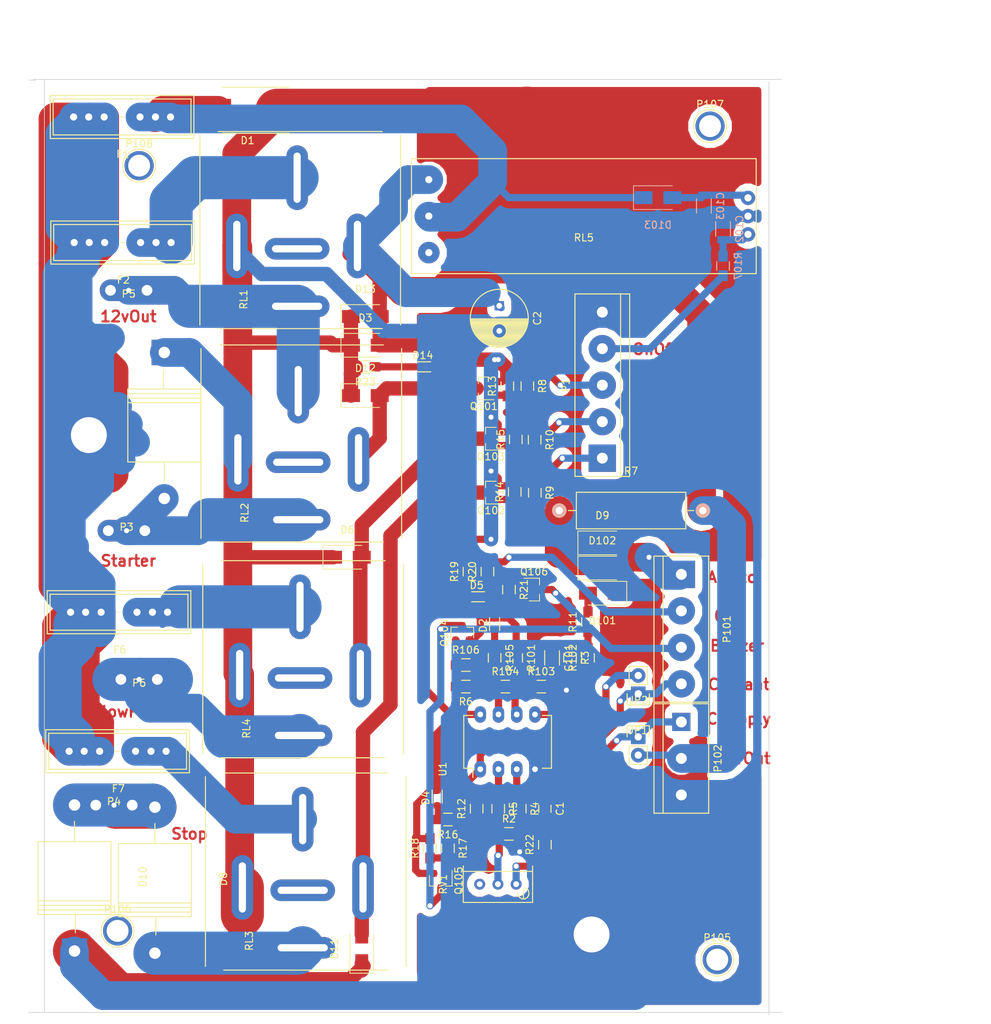
<source format=kicad_pcb>
(kicad_pcb (version 4) (host pcbnew 4.0.6)
  (layers (0 F.Cu signal) (31 B.Cu signal) (34 B.Paste user) (35 F.Paste user) (36 B.SilkS user) (37 F.SilkS user) (38 B.Mask user) (39 F.Mask user) (44 Edge.Cuts user))
  (net 0 "")
  (net 1 GND)
  (net 2 CoolantTemp)
  (net 3 12vSwitched)
  (net 4 "Net-(D2-Pad2)")
  (net 5 "Net-(D4-Pad2)")
  (net 6 "Net-(D5-Pad2)")
  (net 7 AlternatorExcitation)
  (net 8 StartCoil)
  (net 9 StopCoil)
  (net 10 GlowCoil)
  (net 11 StopBtn)
  (net 12 OnOffBtn)
  (net 13 GlowBtn)
  (net 14 Buzzer)
  (net 15 OilSwitch)
  (net 16 "Net-(R4-Pad1)")
  (net 17 "Net-(R12-Pad2)")
  (net 18 StarterSolenoidT30)
  (net 19 StopSolenoid)
  (net 20 "Net-(D8-Pad1)")
  (net 21 "Net-(D14-Pad2)")
  (net 22 BatteryFused5A)
  (net 23 Battery+)
  (net 24 "Net-(F2-Pad1)")
  (net 25 "Net-(F6-Pad1)")
  (net 26 "Net-(F7-Pad1)")
  (net 27 "Net-(JP1-Pad2)")
  (net 28 "Net-(F3-Pad1)")
  (net 29 GlowPlugs)
  (net 30 StartBtn)
  (net 31 "Net-(R2-Pad1)")
  (net 32 CoolantSensorSupply)
  (net 33 "Net-(C101-Pad1)")
  (net 34 "Net-(D101-Pad2)")
  (net 35 "Net-(R104-Pad1)")
  (net 36 "Net-(R101-Pad2)")
  (net 37 "Net-(R102-Pad1)")
  (net 38 "Net-(D102-Pad1)")
  (net 39 "Net-(Q101-Pad1)")
  (net 40 "Net-(Q102-Pad1)")
  (net 41 "Net-(Q103-Pad1)")
  (net 42 "Net-(Q104-Pad1)")
  (net 43 "Net-(Q105-Pad1)")
  (net 44 "Net-(Q106-Pad1)")
  (net 45 "Net-(C102-Pad1)")
  (net 46 "Net-(C103-Pad2)")
  (module Capacitors_SMD:C_0805_HandSoldering (layer F.Cu) (at 110.5 125.5 270)
    (fp_text reference C1 (at 0 -2.1 270) (layer F.SilkS))
    (fp_text value 10nF)
    (pad 1 smd rect (at -1.25 0 270) (size 1.5 1.25) (layers F.Cu F.Paste F.Mask) (net 1 GND))
    (pad 2 smd rect (at 1.25 0 270) (size 1.5 1.25) (layers F.Cu F.Paste F.Mask) (net 2 CoolantTemp))
  )
  (module Capacitors_ThroughHole:C_Radial_D8_L11.5_P3.5 (layer F.Cu) (at 104.15 55.5 270)
    (fp_text reference C2 (at 1.75 -5.3 270) (layer F.SilkS))
    (fp_text value 100uF)
    (pad 2 thru_hole circle (at 3.5 0 270) (size 1.3 1.3) (drill 0.8) (layers *.Cu *.Mask) (net 1 GND))
    (pad 1 thru_hole rect (at 0 0 270) (size 1.3 1.3) (drill 0.8) (layers *.Cu *.Mask) (net 3 12vSwitched))
  )
  (module Diodes_SMD:DO-214AB_Handsoldering (layer F.Cu) (at 69.1 28.3 180)
    (fp_text reference D1 (at 0 -4.2 180) (layer F.SilkS))
    (fp_text value "SMBJ30CA-TR TSV")
    (pad 2 smd rect (at 4.1 0 180) (size 3.6 3.2) (layers F.Cu F.Paste F.Mask) (net 22 BatteryFused5A))
    (pad 1 smd rect (at -4.1 0 180) (size 3.6 3.2) (layers F.Cu F.Paste F.Mask) (net 1 GND))
  )
  (module Resistors_SMD:R_0805_HandSoldering (layer F.Cu) (at 105.5 129)
    (fp_text reference R2 (at 0 -2.1) (layer F.SilkS))
    (fp_text value 330R)
    (pad 1 smd rect (at -1.35 0) (size 1.5 1.3) (layers F.Cu F.Paste F.Mask) (net 31 "Net-(R2-Pad1)"))
    (pad 2 smd rect (at 1.35 0) (size 1.5 1.3) (layers F.Cu F.Paste F.Mask) (net 1 GND))
  )
  (module Resistors_SMD:R_0805_HandSoldering (layer F.Cu) (at 114 104.5 270)
    (fp_text reference R3 (at 0 -2.1 270) (layer F.SilkS))
    (fp_text value 1M)
    (pad 1 smd rect (at -1.35 0 270) (size 1.5 1.3) (layers F.Cu F.Paste F.Mask) (net 33 "Net-(C101-Pad1)"))
    (pad 2 smd rect (at 1.35 0 270) (size 1.5 1.3) (layers F.Cu F.Paste F.Mask) (net 1 GND))
  )
  (module Resistors_SMD:R_0805_HandSoldering (layer F.Cu) (at 107 125.5 270)
    (fp_text reference R4 (at 0 -2.1 270) (layer F.SilkS))
    (fp_text value 10K)
    (pad 1 smd rect (at -1.35 0 270) (size 1.5 1.3) (layers F.Cu F.Paste F.Mask) (net 16 "Net-(R4-Pad1)"))
    (pad 2 smd rect (at 1.35 0 270) (size 1.5 1.3) (layers F.Cu F.Paste F.Mask) (net 2 CoolantTemp))
  )
  (module Resistors_SMD:R_0805_HandSoldering (layer F.Cu) (at 104 125.5 270)
    (fp_text reference R5 (at 0 -2.1 270) (layer F.SilkS))
    (fp_text value 10K)
    (pad 1 smd rect (at -1.35 0 270) (size 1.5 1.3) (layers F.Cu F.Paste F.Mask) (net 17 "Net-(R12-Pad2)"))
    (pad 2 smd rect (at 1.35 0 270) (size 1.5 1.3) (layers F.Cu F.Paste F.Mask) (net 31 "Net-(R2-Pad1)"))
  )
  (module Resistors_SMD:R_0805_HandSoldering (layer F.Cu) (at 99.5 108.5 180)
    (fp_text reference R6 (at 0 -2.1 180) (layer F.SilkS))
    (fp_text value 10K)
    (pad 1 smd rect (at -1.35 0 180) (size 1.5 1.3) (layers F.Cu F.Paste F.Mask) (net 35 "Net-(R104-Pad1)"))
    (pad 2 smd rect (at 1.35 0 180) (size 1.5 1.3) (layers F.Cu F.Paste F.Mask) (net 42 "Net-(Q104-Pad1)"))
  )
  (module Resistors_ThroughHole:Resistor_Horizontal_RM20mm (layer F.Cu) (at 112.5 84)
    (fp_text reference R7 (at 10 -5.4991) (layer F.SilkS))
    (fp_text value 10R)
    (pad 1 thru_hole circle (at 0 0) (size 1.99898 1.99898) (drill 1.00076) (layers *.Cu *.SilkS *.Mask) (net 38 "Net-(D102-Pad1)"))
    (pad 2 thru_hole circle (at 20 0) (size 1.99898 1.99898) (drill 1.00076) (layers *.Cu *.SilkS *.Mask) (net 3 12vSwitched))
  )
  (module Resistors_SMD:R_0805_HandSoldering (layer F.Cu) (at 108.063 66.685 270)
    (fp_text reference R8 (at 0 -2.1 270) (layer F.SilkS))
    (fp_text value 2.2K)
    (pad 1 smd rect (at -1.35 0 270) (size 1.5 1.3) (layers F.Cu F.Paste F.Mask) (net 30 StartBtn))
    (pad 2 smd rect (at 1.35 0 270) (size 1.5 1.3) (layers F.Cu F.Paste F.Mask) (net 39 "Net-(Q101-Pad1)"))
  )
  (module Resistors_SMD:R_0805_HandSoldering (layer F.Cu) (at 109.1 81.525 270)
    (fp_text reference R9 (at 0 -2.1 270) (layer F.SilkS))
    (fp_text value 2.2K)
    (pad 1 smd rect (at -1.35 0 270) (size 1.5 1.3) (layers F.Cu F.Paste F.Mask) (net 11 StopBtn))
    (pad 2 smd rect (at 1.35 0 270) (size 1.5 1.3) (layers F.Cu F.Paste F.Mask) (net 40 "Net-(Q102-Pad1)"))
  )
  (module Resistors_SMD:R_0805_HandSoldering (layer F.Cu) (at 109.075 74.15 270)
    (fp_text reference R10 (at 0 -2.1 270) (layer F.SilkS))
    (fp_text value 2.2K)
    (pad 1 smd rect (at -1.35 0 270) (size 1.5 1.3) (layers F.Cu F.Paste F.Mask) (net 13 GlowBtn))
    (pad 2 smd rect (at 1.35 0 270) (size 1.5 1.3) (layers F.Cu F.Paste F.Mask) (net 41 "Net-(Q103-Pad1)"))
  )
  (module Resistors_SMD:R_0805_HandSoldering (layer F.Cu) (at 116.5 99.5 90)
    (fp_text reference R11 (at 0 -2.1 90) (layer F.SilkS))
    (fp_text value 1K)
    (pad 1 smd rect (at -1.35 0 90) (size 1.5 1.3) (layers F.Cu F.Paste F.Mask) (net 33 "Net-(C101-Pad1)"))
    (pad 2 smd rect (at 1.35 0 90) (size 1.5 1.3) (layers F.Cu F.Paste F.Mask) (net 34 "Net-(D101-Pad2)"))
  )
  (module Resistors_SMD:R_0805_HandSoldering (layer F.Cu) (at 101 125.5 90)
    (fp_text reference R12 (at 0 -2.1 90) (layer F.SilkS))
    (fp_text value 10M)
    (pad 1 smd rect (at -1.35 0 90) (size 1.5 1.3) (layers F.Cu F.Paste F.Mask) (net 27 "Net-(JP1-Pad2)"))
    (pad 2 smd rect (at 1.35 0 90) (size 1.5 1.3) (layers F.Cu F.Paste F.Mask) (net 17 "Net-(R12-Pad2)"))
  )
  (module Resistors_SMD:R_0805_HandSoldering (layer F.Cu) (at 105.269 66.685 90)
    (fp_text reference R13 (at 0 -2.1 90) (layer F.SilkS))
    (fp_text value 10K)
    (pad 1 smd rect (at -1.35 0 90) (size 1.5 1.3) (layers F.Cu F.Paste F.Mask) (net 39 "Net-(Q101-Pad1)"))
    (pad 2 smd rect (at 1.35 0 90) (size 1.5 1.3) (layers F.Cu F.Paste F.Mask) (net 3 12vSwitched))
  )
  (module Resistors_SMD:R_0805_HandSoldering (layer F.Cu) (at 106.3 81.4 90)
    (fp_text reference R14 (at 0 -2.1 90) (layer F.SilkS))
    (fp_text value 10K)
    (pad 1 smd rect (at -1.35 0 90) (size 1.5 1.3) (layers F.Cu F.Paste F.Mask) (net 40 "Net-(Q102-Pad1)"))
    (pad 2 smd rect (at 1.35 0 90) (size 1.5 1.3) (layers F.Cu F.Paste F.Mask) (net 3 12vSwitched))
  )
  (module Resistors_SMD:R_0805_HandSoldering (layer F.Cu) (at 106.45 74.1 90)
    (fp_text reference R15 (at 0 -2.1 90) (layer F.SilkS))
    (fp_text value 10K)
    (pad 1 smd rect (at -1.35 0 90) (size 1.5 1.3) (layers F.Cu F.Paste F.Mask) (net 41 "Net-(Q103-Pad1)"))
    (pad 2 smd rect (at 1.35 0 90) (size 1.5 1.3) (layers F.Cu F.Paste F.Mask) (net 3 12vSwitched))
  )
  (module Resistors_SMD:R_0805_HandSoldering (layer F.Cu) (at 97 127 180)
    (fp_text reference R16 (at 0 -2.1 180) (layer F.SilkS))
    (fp_text value 1K)
    (pad 1 smd rect (at -1.35 0 180) (size 1.5 1.3) (layers F.Cu F.Paste F.Mask) (net 27 "Net-(JP1-Pad2)"))
    (pad 2 smd rect (at 1.35 0 180) (size 1.5 1.3) (layers F.Cu F.Paste F.Mask) (net 5 "Net-(D4-Pad2)"))
  )
  (module Resistors_SMD:R_0805_HandSoldering (layer F.Cu) (at 97 131 270)
    (fp_text reference R17 (at 0 -2.1 270) (layer F.SilkS))
    (fp_text value 10K)
    (pad 1 smd rect (at -1.35 0 270) (size 1.5 1.3) (layers F.Cu F.Paste F.Mask) (net 27 "Net-(JP1-Pad2)"))
    (pad 2 smd rect (at 1.35 0 270) (size 1.5 1.3) (layers F.Cu F.Paste F.Mask) (net 43 "Net-(Q105-Pad1)"))
  )
  (module Resistors_SMD:R_0805_HandSoldering (layer F.Cu) (at 94.5 131 90)
    (fp_text reference R18 (at 0 -2.1 90) (layer F.SilkS))
    (fp_text value 2.2K)
    (pad 1 smd rect (at -1.35 0 90) (size 1.5 1.3) (layers F.Cu F.Paste F.Mask) (net 43 "Net-(Q105-Pad1)"))
    (pad 2 smd rect (at 1.35 0 90) (size 1.5 1.3) (layers F.Cu F.Paste F.Mask) (net 3 12vSwitched))
  )
  (module Resistors_SMD:R_0805_HandSoldering (layer F.Cu) (at 100 92.5 90)
    (fp_text reference R19 (at 0 -2.1 90) (layer F.SilkS))
    (fp_text value 1K)
    (pad 1 smd rect (at -1.35 0 90) (size 1.5 1.3) (layers F.Cu F.Paste F.Mask) (net 6 "Net-(D5-Pad2)"))
    (pad 2 smd rect (at 1.35 0 90) (size 1.5 1.3) (layers F.Cu F.Paste F.Mask) (net 15 OilSwitch))
  )
  (module Resistors_SMD:R_0805_HandSoldering (layer F.Cu) (at 102.5 92.5 90)
    (fp_text reference R20 (at 0 -2.1 90) (layer F.SilkS))
    (fp_text value 2.2K)
    (pad 1 smd rect (at -1.35 0 90) (size 1.5 1.3) (layers F.Cu F.Paste F.Mask) (net 44 "Net-(Q106-Pad1)"))
    (pad 2 smd rect (at 1.35 0 90) (size 1.5 1.3) (layers F.Cu F.Paste F.Mask) (net 15 OilSwitch))
  )
  (module Resistors_SMD:R_0805_HandSoldering (layer F.Cu) (at 105.5 95 270)
    (fp_text reference R21 (at 0 -2.1 270) (layer F.SilkS))
    (fp_text value 10K)
    (pad 1 smd rect (at -1.35 0 270) (size 1.5 1.3) (layers F.Cu F.Paste F.Mask) (net 44 "Net-(Q106-Pad1)"))
    (pad 2 smd rect (at 1.35 0 270) (size 1.5 1.3) (layers F.Cu F.Paste F.Mask) (net 3 12vSwitched))
  )
  (module Housings_DIP:DIP-8_W7.62mm_LongPads (layer F.Cu) (at 101.5 120 90)
    (fp_text reference U1 (at 0 -5.22 90) (layer F.SilkS))
    (fp_text value LM358)
    (pad 1 thru_hole oval (at 0 0 90) (size 2.3 1.6) (drill 0.8) (layers *.Cu *.Mask) (net 27 "Net-(JP1-Pad2)"))
    (pad 2 thru_hole oval (at 0 2.54 90) (size 2.3 1.6) (drill 0.8) (layers *.Cu *.Mask) (net 17 "Net-(R12-Pad2)"))
    (pad 3 thru_hole oval (at 0 5.08 90) (size 2.3 1.6) (drill 0.8) (layers *.Cu *.Mask) (net 16 "Net-(R4-Pad1)"))
    (pad 4 thru_hole oval (at 0 7.62 90) (size 2.3 1.6) (drill 0.8) (layers *.Cu *.Mask) (net 1 GND))
    (pad 5 thru_hole oval (at 7.62 7.62 90) (size 2.3 1.6) (drill 0.8) (layers *.Cu *.Mask) (net 37 "Net-(R102-Pad1)"))
    (pad 6 thru_hole oval (at 7.62 5.08 90) (size 2.3 1.6) (drill 0.8) (layers *.Cu *.Mask) (net 36 "Net-(R101-Pad2)"))
    (pad 7 thru_hole oval (at 7.62 2.54 90) (size 2.3 1.6) (drill 0.8) (layers *.Cu *.Mask) (net 35 "Net-(R104-Pad1)"))
    (pad 8 thru_hole oval (at 7.62 0 90) (size 2.3 1.6) (drill 0.8) (layers *.Cu *.Mask) (net 3 12vSwitched))
  )
  (module Divers:CrimpBlade (layer F.Cu) (at 52.55 53.35)
    (fp_text reference P5 (at 0 0.5) (layer F.SilkS))
    (fp_text value 12VSwitchedPower)
    (pad 1 thru_hole oval (at 0 0) (size 8 3) (drill 0.7) (layers *.Cu *.Mask) (net 28 "Net-(F3-Pad1)"))
    (pad 1 thru_hole circle (at -2.54 0) (size 3 3) (drill 1.5) (layers *.Cu *.Mask) (net 28 "Net-(F3-Pad1)"))
    (pad 1 thru_hole circle (at 2.54 0) (size 3 3) (drill 1.5) (layers *.Cu *.Mask) (net 28 "Net-(F3-Pad1)"))
  )
  (module Resistors_SMD:R_0805_HandSoldering (layer F.Cu) (at 110.5 130.5 90)
    (fp_text reference R22 (at 0 -2.1 90) (layer F.SilkS))
    (fp_text value 1K)
    (pad 1 smd rect (at -1.35 0 90) (size 1.5 1.3) (layers F.Cu F.Paste F.Mask) (net 32 CoolantSensorSupply))
    (pad 2 smd rect (at 1.35 0 90) (size 1.5 1.3) (layers F.Cu F.Paste F.Mask) (net 2 CoolantTemp))
  )
  (module Diodes_ThroughHole:Diode_P600_Horizontal (layer F.Cu) (at 57.5 62 270)
    (fp_text reference D7 (at 10.32764 9.52246 270) (layer F.SilkS))
    (fp_text value "5A 600V")
    (pad 2 thru_hole circle (at 20.32 -0.00254 90) (size 3.54076 3.54076) (drill 1.6002) (layers *.Cu *.Mask) (net 18 StarterSolenoidT30))
    (pad 1 thru_hole rect (at 0 -0.00254 90) (size 3.54076 3.54076) (drill 1.6002) (layers *.Cu *.Mask) (net 1 GND))
  )
  (module Diodes_ThroughHole:Diode_P600_Horizontal (layer F.Cu) (at 56.2 145.6 90)
    (fp_text reference D8 (at 10.32764 9.52246 90) (layer F.SilkS))
    (fp_text value "10A 600V")
    (pad 2 thru_hole circle (at 20.32 -0.00254 270) (size 3.54076 3.54076) (drill 1.6002) (layers *.Cu *.Mask) (net 19 StopSolenoid))
    (pad 1 thru_hole rect (at 0 -0.00254 270) (size 3.54076 3.54076) (drill 1.6002) (layers *.Cu *.Mask) (net 20 "Net-(D8-Pad1)"))
  )
  (module Diodes_ThroughHole:Diode_P600_Horizontal (layer F.Cu) (at 45 145.3 90)
    (fp_text reference D10 (at 10.32764 9.52246 90) (layer F.SilkS))
    (fp_text value "10A 600V")
    (pad 2 thru_hole circle (at 20.32 -0.00254 270) (size 3.54076 3.54076) (drill 1.6002) (layers *.Cu *.Mask) (net 19 StopSolenoid))
    (pad 1 thru_hole rect (at 0 -0.00254 270) (size 3.54076 3.54076) (drill 1.6002) (layers *.Cu *.Mask) (net 1 GND))
  )
  (module Resistors_SMD:R_0805_HandSoldering (layer F.Cu) (at 85.5 64 180)
    (fp_text reference R23 (at 0 -2.1 180) (layer F.SilkS))
    (fp_text value 1K)
    (pad 1 smd rect (at -1.35 0 180) (size 1.5 1.3) (layers F.Cu F.Paste F.Mask) (net 21 "Net-(D14-Pad2)"))
    (pad 2 smd rect (at 1.35 0 180) (size 1.5 1.3) (layers F.Cu F.Paste F.Mask) (net 1 GND))
  )
  (module Divers:AutomotiveRelay35A (layer F.Cu) (at 65 58.175 90)
    (fp_text reference RL1 (at 3.556 3.556 90) (layer F.SilkS))
    (fp_text value EnginePower)
    (pad 86 thru_hole oval (at 11 19.4 180) (size 3 9) (drill oval 1 7) (layers *.Cu *.Mask) (net 3 12vSwitched))
    (pad 85 thru_hole oval (at 11 2.6 180) (size 3 9) (drill oval 1 7) (layers *.Cu *.Mask) (net 1 GND))
    (pad 30 thru_hole oval (at 20.5 11 180) (size 3 9) (drill oval 1 7) (layers *.Cu *.Mask) (net 24 "Net-(F2-Pad1)"))
    (pad 87a thru_hole oval (at 10.6 11 90) (size 3 9) (drill oval 1 7) (layers *.Cu *.Mask))
    (pad 87 thru_hole oval (at 2.6 11 90) (size 3 9) (drill oval 1 7) (layers *.Cu *.Mask) (net 28 "Net-(F3-Pad1)"))
  )
  (module Divers:AutomotiveRelay35A (layer F.Cu) (at 65.15 87.875 90)
    (fp_text reference RL2 (at 3.556 3.556 90) (layer F.SilkS))
    (fp_text value EngineStart)
    (pad 86 thru_hole oval (at 11 19.4 180) (size 3 9) (drill oval 1 7) (layers *.Cu *.Mask) (net 8 StartCoil))
    (pad 85 thru_hole oval (at 11 2.6 180) (size 3 9) (drill oval 1 7) (layers *.Cu *.Mask) (net 1 GND))
    (pad 30 thru_hole oval (at 20.5 11 180) (size 3 9) (drill oval 1 7) (layers *.Cu *.Mask) (net 28 "Net-(F3-Pad1)"))
    (pad 87a thru_hole oval (at 10.6 11 90) (size 3 9) (drill oval 1 7) (layers *.Cu *.Mask))
    (pad 87 thru_hole oval (at 2.6 11 90) (size 3 9) (drill oval 1 7) (layers *.Cu *.Mask) (net 18 StarterSolenoidT30))
  )
  (module Divers:AutomotiveRelay35A (layer F.Cu) (at 65.775 147.45 90)
    (fp_text reference RL3 (at 3.556 3.556 90) (layer F.SilkS))
    (fp_text value EngineStop)
    (pad 86 thru_hole oval (at 11 19.4 180) (size 3 9) (drill oval 1 7) (layers *.Cu *.Mask) (net 9 StopCoil))
    (pad 85 thru_hole oval (at 11 2.6 180) (size 3 9) (drill oval 1 7) (layers *.Cu *.Mask) (net 1 GND))
    (pad 30 thru_hole oval (at 20.5 11 180) (size 3 9) (drill oval 1 7) (layers *.Cu *.Mask) (net 26 "Net-(F7-Pad1)"))
    (pad 87a thru_hole oval (at 10.6 11 90) (size 3 9) (drill oval 1 7) (layers *.Cu *.Mask))
    (pad 87 thru_hole oval (at 2.6 11 90) (size 3 9) (drill oval 1 7) (layers *.Cu *.Mask) (net 20 "Net-(D8-Pad1)"))
  )
  (module Divers:AutomotiveRelay35A (layer F.Cu) (at 65.4 117.9 90)
    (fp_text reference RL4 (at 3.556 3.556 90) (layer F.SilkS))
    (fp_text value GlowPlugs)
    (pad 86 thru_hole oval (at 11 19.4 180) (size 3 9) (drill oval 1 7) (layers *.Cu *.Mask) (net 10 GlowCoil))
    (pad 85 thru_hole oval (at 11 2.6 180) (size 3 9) (drill oval 1 7) (layers *.Cu *.Mask) (net 1 GND))
    (pad 30 thru_hole oval (at 20.5 11 180) (size 3 9) (drill oval 1 7) (layers *.Cu *.Mask) (net 25 "Net-(F6-Pad1)"))
    (pad 87a thru_hole oval (at 10.6 11 90) (size 3 9) (drill oval 1 7) (layers *.Cu *.Mask))
    (pad 87 thru_hole oval (at 2.6 11 90) (size 3 9) (drill oval 1 7) (layers *.Cu *.Mask) (net 29 GlowPlugs))
  )
  (module Connect:bornier5 (layer F.Cu) (at 118.5 66.55 90)
    (fp_text reference P1 (at 0 -5.08 90) (layer F.SilkS))
    (fp_text value VPButtons)
    (pad 2 thru_hole circle (at -5.08 0 90) (size 3.81 3.81) (drill 1.524) (layers *.Cu *.Mask) (net 13 GlowBtn))
    (pad 3 thru_hole circle (at 0 0 90) (size 3.81 3.81) (drill 1.524) (layers *.Cu *.Mask) (net 30 StartBtn))
    (pad 1 thru_hole rect (at -10.16 0 90) (size 3.81 3.81) (drill 1.524) (layers *.Cu *.Mask) (net 11 StopBtn))
    (pad 4 thru_hole circle (at 5.08 0 90) (size 3.81 3.81) (drill 1.524) (layers *.Cu *.Mask) (net 12 OnOffBtn))
    (pad 5 thru_hole circle (at 10.16 0 90) (size 3.81 3.81) (drill 1.524) (layers *.Cu *.Mask) (net 1 GND))
  )
  (module Divers:CrimpBlade (layer F.Cu) (at 52.25 86.8 180)
    (fp_text reference P3 (at 0 0.5 180) (layer F.SilkS))
    (fp_text value StarterSolenoidT30)
    (pad 1 thru_hole oval (at 0 0 180) (size 8 3) (drill 0.7) (layers *.Cu *.Mask) (net 18 StarterSolenoidT30))
    (pad 1 thru_hole circle (at -2.54 0 180) (size 3 3) (drill 1.5) (layers *.Cu *.Mask) (net 18 StarterSolenoidT30))
    (pad 1 thru_hole circle (at 2.54 0 180) (size 3 3) (drill 1.5) (layers *.Cu *.Mask) (net 18 StarterSolenoidT30))
  )
  (module Divers:CrimpBlade (layer F.Cu) (at 50.5 125 180)
    (fp_text reference P4 (at 0 0.5 180) (layer F.SilkS))
    (fp_text value StopSolenoid)
    (pad 1 thru_hole oval (at 0 0 180) (size 8 3) (drill 0.7) (layers *.Cu *.Mask) (net 19 StopSolenoid))
    (pad 1 thru_hole circle (at -2.54 0 180) (size 3 3) (drill 1.5) (layers *.Cu *.Mask) (net 19 StopSolenoid))
    (pad 1 thru_hole circle (at 2.54 0 180) (size 3 3) (drill 1.5) (layers *.Cu *.Mask) (net 19 StopSolenoid))
  )
  (module Divers:LatchingRelay (layer F.Cu) (at 115.925 43.025)
    (fp_text reference RL5 (at 0 3) (layer F.SilkS))
    (fp_text value LatchingRelay)
    (pad 3 thru_hole circle (at 22.86 0) (size 2 2) (drill 1) (layers *.Cu *.Mask) (net 1 GND))
    (pad 1 thru_hole circle (at 22.86 -2.54) (size 2 2) (drill 1) (layers *.Cu *.Mask) (net 46 "Net-(C103-Pad2)"))
    (pad 2 thru_hole circle (at 22.86 2.54) (size 2 2) (drill 1) (layers *.Cu *.Mask) (net 45 "Net-(C102-Pad1)"))
    (pad 4 thru_hole circle (at -21.59 0) (size 3 3) (drill 1) (layers *.Cu *.Mask) (net 22 BatteryFused5A))
    (pad 6 thru_hole circle (at -21.59 -5.08) (size 3 3) (drill 1) (layers *.Cu *.Mask) (net 3 12vSwitched))
    (pad 5 thru_hole circle (at -21.59 5.08) (size 3 3) (drill 1) (layers *.Cu *.Mask))
  )
  (module Potentiometers:Potentiometer_Bourns_3296W_3-8Zoll_Inline_ScrewUp (layer F.Cu) (at 106.5 136 90)
    (fp_text reference RV1 (at 0 -10.16 90) (layer F.SilkS))
    (fp_text value 10K)
    (pad 2 thru_hole circle (at 0 -2.54 90) (size 1.524 1.524) (drill 0.8128) (layers *.Cu *.Mask) (net 31 "Net-(R2-Pad1)"))
    (pad 3 thru_hole circle (at 0 -5.08 90) (size 1.524 1.524) (drill 0.8128) (layers *.Cu *.Mask))
    (pad 1 thru_hole circle (at 0 0 90) (size 1.524 1.524) (drill 0.8128) (layers *.Cu *.Mask) (net 32 CoolantSensorSupply))
  )
  (module Divers:CrimpBlade (layer F.Cu) (at 54 107.5)
    (fp_text reference P6 (at 0 0.5) (layer F.SilkS))
    (fp_text value GlowPlugs)
    (pad 1 thru_hole oval (at 0 0) (size 8 3) (drill 0.7) (layers *.Cu *.Mask) (net 29 GlowPlugs))
    (pad 1 thru_hole circle (at -2.54 0) (size 3 3) (drill 1.5) (layers *.Cu *.Mask) (net 29 GlowPlugs))
    (pad 1 thru_hole circle (at 2.54 0) (size 3 3) (drill 1.5) (layers *.Cu *.Mask) (net 29 GlowPlugs))
  )
  (module Pin_Headers:Pin_Header_Straight_1x02 (layer F.Cu) (at 123.5 109.5 180)
    (fp_text reference JP1 (at 0 -5.1 180) (layer F.SilkS))
    (fp_text value UseSensorAlarm)
    (pad 1 thru_hole rect (at 0 0 180) (size 2.032 2.032) (drill 1.016) (layers *.Cu *.Mask) (net 2 CoolantTemp))
    (pad 2 thru_hole oval (at 0 2.54 180) (size 2.032 2.032) (drill 1.016) (layers *.Cu *.Mask) (net 27 "Net-(JP1-Pad2)"))
  )
  (module Pin_Headers:Pin_Header_Straight_1x02 (layer F.Cu) (at 123.5 115.5)
    (fp_text reference JP2 (at 0 -5.1) (layer F.SilkS))
    (fp_text value Use12vSupply)
    (pad 1 thru_hole rect (at 0 0) (size 2.032 2.032) (drill 1.016) (layers *.Cu *.Mask) (net 32 CoolantSensorSupply))
    (pad 2 thru_hole oval (at 0 2.54) (size 2.032 2.032) (drill 1.016) (layers *.Cu *.Mask) (net 3 12vSwitched))
  )
  (module Resistors_SMD:R_0805_HandSoldering (layer F.Cu) (at 106.5 104.5 270)
    (fp_text reference R101 (at 0 -2.1 270) (layer F.SilkS))
    (fp_text value 10K)
    (pad 1 smd rect (at -1.35 0 270) (size 1.5 1.3) (layers F.Cu F.Paste F.Mask) (net 3 12vSwitched))
    (pad 2 smd rect (at 1.35 0 270) (size 1.5 1.3) (layers F.Cu F.Paste F.Mask) (net 36 "Net-(R101-Pad2)"))
  )
  (module Resistors_SMD:R_0805_HandSoldering (layer F.Cu) (at 116.5 104.5 90)
    (fp_text reference R102 (at 0 -2.1 90) (layer F.SilkS))
    (fp_text value 1K)
    (pad 1 smd rect (at -1.35 0 90) (size 1.5 1.3) (layers F.Cu F.Paste F.Mask) (net 37 "Net-(R102-Pad1)"))
    (pad 2 smd rect (at 1.35 0 90) (size 1.5 1.3) (layers F.Cu F.Paste F.Mask) (net 33 "Net-(C101-Pad1)"))
  )
  (module Resistors_SMD:R_0805_HandSoldering (layer F.Cu) (at 110 108.5)
    (fp_text reference R103 (at 0 -2.1) (layer F.SilkS))
    (fp_text value 22K)
    (pad 1 smd rect (at -1.35 0) (size 1.5 1.3) (layers F.Cu F.Paste F.Mask) (net 36 "Net-(R101-Pad2)"))
    (pad 2 smd rect (at 1.35 0) (size 1.5 1.3) (layers F.Cu F.Paste F.Mask) (net 1 GND))
  )
  (module Resistors_SMD:R_0805_HandSoldering (layer F.Cu) (at 105 108.5)
    (fp_text reference R104 (at 0 -2.1) (layer F.SilkS))
    (fp_text value 100K)
    (pad 1 smd rect (at -1.35 0) (size 1.5 1.3) (layers F.Cu F.Paste F.Mask) (net 35 "Net-(R104-Pad1)"))
    (pad 2 smd rect (at 1.35 0) (size 1.5 1.3) (layers F.Cu F.Paste F.Mask) (net 36 "Net-(R101-Pad2)"))
  )
  (module Resistors_SMD:R_0805_HandSoldering (layer F.Cu) (at 103.5 104.5 270)
    (fp_text reference R105 (at 0 -2.1 270) (layer F.SilkS))
    (fp_text value 1K)
    (pad 1 smd rect (at -1.35 0 270) (size 1.5 1.3) (layers F.Cu F.Paste F.Mask) (net 4 "Net-(D2-Pad2)"))
    (pad 2 smd rect (at 1.35 0 270) (size 1.5 1.3) (layers F.Cu F.Paste F.Mask) (net 35 "Net-(R104-Pad1)"))
  )
  (module Resistors_SMD:R_0805_HandSoldering (layer F.Cu) (at 99.5 105.5)
    (fp_text reference R106 (at 0 -2.1) (layer F.SilkS))
    (fp_text value 2.2K)
    (pad 1 smd rect (at -1.35 0) (size 1.5 1.3) (layers F.Cu F.Paste F.Mask) (net 42 "Net-(Q104-Pad1)"))
    (pad 2 smd rect (at 1.35 0) (size 1.5 1.3) (layers F.Cu F.Paste F.Mask) (net 3 12vSwitched))
  )
  (module Capacitors_SMD:C_1206 (layer F.Cu) (at 111.5 104.5 270)
    (fp_text reference C101 (at 0 -2.3 270) (layer F.SilkS))
    (fp_text value 1uF)
    (pad 1 smd rect (at -1.5 0 270) (size 1 1.6) (layers F.Cu F.Paste F.Mask) (net 33 "Net-(C101-Pad1)"))
    (pad 2 smd rect (at 1.5 0 270) (size 1 1.6) (layers F.Cu F.Paste F.Mask) (net 1 GND))
  )
  (module Diodes_SMD:D_0805 (layer F.Cu) (at 103.5 100 270)
    (fp_text reference D2 (at 0 1.6 270) (layer F.SilkS))
    (fp_text value ChargeWarn)
    (pad 1 smd rect (at -1.05 0 270) (size 0.8 0.9) (layers F.Cu F.Paste F.Mask) (net 3 12vSwitched))
    (pad 2 smd rect (at 1.05 0 270) (size 0.8 0.9) (layers F.Cu F.Paste F.Mask) (net 4 "Net-(D2-Pad2)"))
  )
  (module Diodes_SMD:D_SMA_Standard (layer F.Cu) (at 85.5 61)
    (fp_text reference D3 (at 0 -3.81) (layer F.SilkS))
    (fp_text value "S1JL 1A 40V")
    (pad 1 smd rect (at -2 0) (size 2.5 1.8) (layers F.Cu F.Paste F.Mask) (net 1 GND))
    (pad 2 smd rect (at 2 0) (size 2.5 1.8) (layers F.Cu F.Paste F.Mask) (net 3 12vSwitched))
  )
  (module Diodes_SMD:D_0805 (layer F.Cu) (at 101 96 180)
    (fp_text reference D5 (at 0 1.6 180) (layer F.SilkS))
    (fp_text value OilWarn)
    (pad 1 smd rect (at -1.05 0 180) (size 0.8 0.9) (layers F.Cu F.Paste F.Mask) (net 3 12vSwitched))
    (pad 2 smd rect (at 1.05 0 180) (size 0.8 0.9) (layers F.Cu F.Paste F.Mask) (net 6 "Net-(D5-Pad2)"))
  )
  (module Diodes_SMD:D_SMA_Standard (layer F.Cu) (at 83 90.5)
    (fp_text reference D6 (at 0 -3.81) (layer F.SilkS))
    (fp_text value "S1JL 1A 600V")
    (pad 1 smd rect (at -2 0) (size 2.5 1.8) (layers F.Cu F.Paste F.Mask) (net 1 GND))
    (pad 2 smd rect (at 2 0) (size 2.5 1.8) (layers F.Cu F.Paste F.Mask) (net 10 GlowCoil))
  )
  (module Diodes_SMD:D_SMA_Standard (layer F.Cu) (at 118.5 88.5)
    (fp_text reference D9 (at 0 -3.81) (layer F.SilkS))
    (fp_text value "S1JL 1A 40V")
    (pad 1 smd rect (at -2 0) (size 2.5 1.8) (layers F.Cu F.Paste F.Mask) (net 38 "Net-(D102-Pad1)"))
    (pad 2 smd rect (at 2 0) (size 2.5 1.8) (layers F.Cu F.Paste F.Mask) (net 7 AlternatorExcitation))
  )
  (module Diodes_SMD:D_SMA_Standard (layer F.Cu) (at 85 145 90)
    (fp_text reference D11 (at 0 -3.81 90) (layer F.SilkS))
    (fp_text value "S1JL 1A 600V")
    (pad 1 smd rect (at -2 0 90) (size 2.5 1.8) (layers F.Cu F.Paste F.Mask) (net 1 GND))
    (pad 2 smd rect (at 2 0 90) (size 2.5 1.8) (layers F.Cu F.Paste F.Mask) (net 9 StopCoil))
  )
  (module Diodes_SMD:D_SMA_Standard (layer F.Cu) (at 85.5 68)
    (fp_text reference D12 (at 0 -3.81) (layer F.SilkS))
    (fp_text value "S1JL 1A 600V")
    (pad 1 smd rect (at -2 0) (size 2.5 1.8) (layers F.Cu F.Paste F.Mask) (net 1 GND))
    (pad 2 smd rect (at 2 0) (size 2.5 1.8) (layers F.Cu F.Paste F.Mask) (net 8 StartCoil))
  )
  (module Diodes_SMD:D_SMA_Standard (layer F.Cu) (at 85.5 57)
    (fp_text reference D13 (at 0 -3.81) (layer F.SilkS))
    (fp_text value "S1JL 1A 600V")
    (pad 1 smd rect (at -2 0) (size 2.5 1.8) (layers F.Cu F.Paste F.Mask) (net 1 GND))
    (pad 2 smd rect (at 2 0) (size 2.5 1.8) (layers F.Cu F.Paste F.Mask) (net 3 12vSwitched))
  )
  (module Diodes_SMD:D_0805 (layer F.Cu) (at 93.5 64 180)
    (fp_text reference D14 (at 0 1.6 180) (layer F.SilkS))
    (fp_text value OilWarn)
    (pad 1 smd rect (at -1.05 0 180) (size 0.8 0.9) (layers F.Cu F.Paste F.Mask) (net 3 12vSwitched))
    (pad 2 smd rect (at 1.05 0 180) (size 0.8 0.9) (layers F.Cu F.Paste F.Mask) (net 21 "Net-(D14-Pad2)"))
  )
  (module Diodes_SMD:D_SMA_Standard (layer F.Cu) (at 118.5 95.5 180)
    (fp_text reference D101 (at 0 -3.81 180) (layer F.SilkS))
    (fp_text value "SlJL 1A 40V")
    (pad 1 smd rect (at -2 0 180) (size 2.5 1.8) (layers F.Cu F.Paste F.Mask) (net 7 AlternatorExcitation))
    (pad 2 smd rect (at 2 0 180) (size 2.5 1.8) (layers F.Cu F.Paste F.Mask) (net 34 "Net-(D101-Pad2)"))
  )
  (module Diodes_SMD:D_SMA_Standard (layer F.Cu) (at 118.5 92)
    (fp_text reference D102 (at 0 -3.81) (layer F.SilkS))
    (fp_text value "S1JL 1A 40V")
    (pad 1 smd rect (at -2 0) (size 2.5 1.8) (layers F.Cu F.Paste F.Mask) (net 38 "Net-(D102-Pad1)"))
    (pad 2 smd rect (at 2 0) (size 2.5 1.8) (layers F.Cu F.Paste F.Mask) (net 7 AlternatorExcitation))
  )
  (module TO_SOT_Packages_SMD:SOT-23 (layer F.Cu) (at 102 67 180)
    (fp_text reference Q101 (at 0 -2.5 180) (layer F.SilkS))
    (fp_text value BC807-40)
    (pad 1 smd rect (at -1 -0.95 180) (size 0.9 0.8) (layers F.Cu F.Paste F.Mask) (net 39 "Net-(Q101-Pad1)"))
    (pad 2 smd rect (at -1 0.95 180) (size 0.9 0.8) (layers F.Cu F.Paste F.Mask) (net 3 12vSwitched))
    (pad 3 smd rect (at 1 0 180) (size 0.9 0.8) (layers F.Cu F.Paste F.Mask) (net 8 StartCoil))
  )
  (module TO_SOT_Packages_SMD:SOT-23 (layer F.Cu) (at 103 81.5 180)
    (fp_text reference Q102 (at 0 -2.5 180) (layer F.SilkS))
    (fp_text value BC807-40)
    (pad 1 smd rect (at -1 -0.95 180) (size 0.9 0.8) (layers F.Cu F.Paste F.Mask) (net 40 "Net-(Q102-Pad1)"))
    (pad 2 smd rect (at -1 0.95 180) (size 0.9 0.8) (layers F.Cu F.Paste F.Mask) (net 3 12vSwitched))
    (pad 3 smd rect (at 1 0 180) (size 0.9 0.8) (layers F.Cu F.Paste F.Mask) (net 9 StopCoil))
  )
  (module TO_SOT_Packages_SMD:SOT-23 (layer F.Cu) (at 103 74 180)
    (fp_text reference Q103 (at 0 -2.5 180) (layer F.SilkS))
    (fp_text value BC807-40)
    (pad 1 smd rect (at -1 -0.95 180) (size 0.9 0.8) (layers F.Cu F.Paste F.Mask) (net 41 "Net-(Q103-Pad1)"))
    (pad 2 smd rect (at -1 0.95 180) (size 0.9 0.8) (layers F.Cu F.Paste F.Mask) (net 3 12vSwitched))
    (pad 3 smd rect (at 1 0 180) (size 0.9 0.8) (layers F.Cu F.Paste F.Mask) (net 10 GlowCoil))
  )
  (module TO_SOT_Packages_SMD:SOT-23 (layer F.Cu) (at 99 101 90)
    (fp_text reference Q104 (at 0 -2.5 90) (layer F.SilkS))
    (fp_text value BC807-40)
    (pad 1 smd rect (at -1 -0.95 90) (size 0.9 0.8) (layers F.Cu F.Paste F.Mask) (net 42 "Net-(Q104-Pad1)"))
    (pad 2 smd rect (at -1 0.95 90) (size 0.9 0.8) (layers F.Cu F.Paste F.Mask) (net 3 12vSwitched))
    (pad 3 smd rect (at 1 0 90) (size 0.9 0.8) (layers F.Cu F.Paste F.Mask) (net 14 Buzzer))
  )
  (module TO_SOT_Packages_SMD:SOT-23 (layer F.Cu) (at 96 135.5 270)
    (fp_text reference Q105 (at 0 -2.5 270) (layer F.SilkS))
    (fp_text value BC807-40)
    (pad 1 smd rect (at -1 -0.95 270) (size 0.9 0.8) (layers F.Cu F.Paste F.Mask) (net 43 "Net-(Q105-Pad1)"))
    (pad 2 smd rect (at -1 0.95 270) (size 0.9 0.8) (layers F.Cu F.Paste F.Mask) (net 3 12vSwitched))
    (pad 3 smd rect (at 1 0 270) (size 0.9 0.8) (layers F.Cu F.Paste F.Mask) (net 14 Buzzer))
  )
  (module TO_SOT_Packages_SMD:SOT-23 (layer F.Cu) (at 109 95)
    (fp_text reference Q106 (at 0 -2.5) (layer F.SilkS))
    (fp_text value BC807-40)
    (pad 1 smd rect (at -1 -0.95) (size 0.9 0.8) (layers F.Cu F.Paste F.Mask) (net 44 "Net-(Q106-Pad1)"))
    (pad 2 smd rect (at -1 0.95) (size 0.9 0.8) (layers F.Cu F.Paste F.Mask) (net 3 12vSwitched))
    (pad 3 smd rect (at 1 0) (size 0.9 0.8) (layers F.Cu F.Paste F.Mask) (net 14 Buzzer))
  )
  (module Divers:BladeFuse-CarType (layer F.Cu) (at 51.625 29.225 180)
    (fp_text reference F1 (at -0.1 -5.2 180) (layer F.SilkS))
    (fp_text value "FUSE 5A")
    (pad 2 thru_hole circle (at 6.75 0 180) (size 3.8 3.8) (drill 1) (layers *.Cu *.Mask) (net 23 Battery+))
    (pad 2 thru_hole circle (at 2.5 0 180) (size 3.8 3.8) (drill 1) (layers *.Cu *.Mask) (net 23 Battery+))
    (pad 1 thru_hole circle (at -2.5 0 180) (size 3.8 3.8) (drill 1) (layers *.Cu *.Mask) (net 22 BatteryFused5A))
    (pad 1 thru_hole circle (at -6.75 0 180) (size 3.8 3.8) (drill 1) (layers *.Cu *.Mask) (net 22 BatteryFused5A))
    (pad 1 thru_hole rect (at -4.65 0 180) (size 3 3.5) (drill 1) (layers *.Cu *.Mask) (net 22 BatteryFused5A))
    (pad 2 thru_hole rect (at 4.65 0 180) (size 3 3.5) (drill 1) (layers *.Cu *.Mask) (net 23 Battery+))
  )
  (module Divers:BladeFuse-CarType (layer F.Cu) (at 51.7 46.7 180)
    (fp_text reference F2 (at -0.1 -5.2 180) (layer F.SilkS))
    (fp_text value "FUSE 30A")
    (pad 2 thru_hole circle (at 6.75 0 180) (size 3.8 3.8) (drill 1) (layers *.Cu *.Mask) (net 23 Battery+))
    (pad 2 thru_hole circle (at 2.5 0 180) (size 3.8 3.8) (drill 1) (layers *.Cu *.Mask) (net 23 Battery+))
    (pad 1 thru_hole circle (at -2.5 0 180) (size 3.8 3.8) (drill 1) (layers *.Cu *.Mask) (net 24 "Net-(F2-Pad1)"))
    (pad 1 thru_hole circle (at -6.75 0 180) (size 3.8 3.8) (drill 1) (layers *.Cu *.Mask) (net 24 "Net-(F2-Pad1)"))
    (pad 1 thru_hole rect (at -4.65 0 180) (size 3 3.5) (drill 1) (layers *.Cu *.Mask) (net 24 "Net-(F2-Pad1)"))
    (pad 2 thru_hole rect (at 4.65 0 180) (size 3 3.5) (drill 1) (layers *.Cu *.Mask) (net 23 Battery+))
  )
  (module Divers:BladeFuse-CarType (layer F.Cu) (at 51.2 98.15 180)
    (fp_text reference F6 (at -0.1 -5.2 180) (layer F.SilkS))
    (fp_text value "FUSE 30A")
    (pad 2 thru_hole circle (at 6.75 0 180) (size 3.8 3.8) (drill 1) (layers *.Cu *.Mask) (net 23 Battery+))
    (pad 2 thru_hole circle (at 2.5 0 180) (size 3.8 3.8) (drill 1) (layers *.Cu *.Mask) (net 23 Battery+))
    (pad 1 thru_hole circle (at -2.5 0 180) (size 3.8 3.8) (drill 1) (layers *.Cu *.Mask) (net 25 "Net-(F6-Pad1)"))
    (pad 1 thru_hole circle (at -6.75 0 180) (size 3.8 3.8) (drill 1) (layers *.Cu *.Mask) (net 25 "Net-(F6-Pad1)"))
    (pad 1 thru_hole rect (at -4.65 0 180) (size 3 3.5) (drill 1) (layers *.Cu *.Mask) (net 25 "Net-(F6-Pad1)"))
    (pad 2 thru_hole rect (at 4.65 0 180) (size 3 3.5) (drill 1) (layers *.Cu *.Mask) (net 23 Battery+))
  )
  (module Divers:BladeFuse-CarType (layer F.Cu) (at 51 117.5 180)
    (fp_text reference F7 (at -0.1 -5.2 180) (layer F.SilkS))
    (fp_text value "FUSE 15A")
    (pad 2 thru_hole circle (at 6.75 0 180) (size 3.8 3.8) (drill 1) (layers *.Cu *.Mask) (net 23 Battery+))
    (pad 2 thru_hole circle (at 2.5 0 180) (size 3.8 3.8) (drill 1) (layers *.Cu *.Mask) (net 23 Battery+))
    (pad 1 thru_hole circle (at -2.5 0 180) (size 3.8 3.8) (drill 1) (layers *.Cu *.Mask) (net 26 "Net-(F7-Pad1)"))
    (pad 1 thru_hole circle (at -6.75 0 180) (size 3.8 3.8) (drill 1) (layers *.Cu *.Mask) (net 26 "Net-(F7-Pad1)"))
    (pad 1 thru_hole rect (at -4.65 0 180) (size 3 3.5) (drill 1) (layers *.Cu *.Mask) (net 26 "Net-(F7-Pad1)"))
    (pad 2 thru_hole rect (at 4.65 0 180) (size 3 3.5) (drill 1) (layers *.Cu *.Mask) (net 23 Battery+))
  )
  (module Diodes_SMD:D_0805 (layer F.Cu) (at 95.5 124 270)
    (fp_text reference D4 (at 0 1.6 270) (layer F.SilkS))
    (fp_text value TempWarn)
    (pad 1 smd rect (at -1.05 0 270) (size 0.8 0.9) (layers F.Cu F.Paste F.Mask) (net 3 12vSwitched))
    (pad 2 smd rect (at 1.05 0 270) (size 0.8 0.9) (layers F.Cu F.Paste F.Mask) (net 5 "Net-(D4-Pad2)"))
  )
  (module Connect:bornier4 (layer F.Cu) (at 129.5 100.5 270)
    (fp_text reference P101 (at 0 -6.35 270) (layer F.SilkS))
    (fp_text value CONN_4)
    (pad 2 thru_hole circle (at -2.54 0 270) (size 3.81 3.81) (drill 1.524) (layers *.Cu *.Mask) (net 15 OilSwitch))
    (pad 3 thru_hole circle (at 2.54 0 270) (size 3.81 3.81) (drill 1.524) (layers *.Cu *.Mask) (net 14 Buzzer))
    (pad 1 thru_hole rect (at -7.62 0 270) (size 3.81 3.81) (drill 1.524) (layers *.Cu *.Mask) (net 7 AlternatorExcitation))
    (pad 4 thru_hole circle (at 7.62 0 270) (size 3.81 3.81) (drill 1.524) (layers *.Cu *.Mask) (net 2 CoolantTemp))
  )
  (module Connect:bornier3 (layer F.Cu) (at 129.5 118.5 270)
    (fp_text reference P102 (at 0 -5.08 270) (layer F.SilkS))
    (fp_text value CONN_3)
    (pad 1 thru_hole rect (at -5.08 0 270) (size 2.54 2.54) (drill 1.524) (layers *.Cu *.Mask) (net 32 CoolantSensorSupply))
    (pad 2 thru_hole circle (at 0 0 270) (size 2.54 2.54) (drill 1.524) (layers *.Cu *.Mask) (net 3 12vSwitched))
    (pad 3 thru_hole circle (at 5.08 0 270) (size 2.54 2.54) (drill 1.524) (layers *.Cu *.Mask) (net 1 GND))
  )
  (module Divers:M5Bolt (layer F.Cu) (at 117 143)
    (fp_text reference P103 (at 0 0.5) (layer F.SilkS))
    (fp_text value 0v)
    (pad 1 thru_hole circle (at 0 0) (size 10 10) (drill 5) (layers *.Cu *.Mask) (net 1 GND))
  )
  (module Divers:M5Bolt (layer F.Cu) (at 47 73.5)
    (fp_text reference P104 (at 0 0.5) (layer F.SilkS))
    (fp_text value Battery+)
    (pad 1 thru_hole circle (at 0 0) (size 10 10) (drill 5) (layers *.Cu *.Mask) (net 23 Battery+))
  )
  (module Connect:1pin (layer F.Cu) (at 134.5 146.5)
    (fp_text reference P105 (at 0 -3.048) (layer F.SilkS))
    (fp_text value mount)
    (pad 1 thru_hole circle (at 0 0) (size 4.064 4.064) (drill 3.048) (layers *.Cu *.Mask))
  )
  (module Connect:1pin (layer F.Cu) (at 51 142.5)
    (fp_text reference P106 (at 0 -3.048) (layer F.SilkS))
    (fp_text value mount)
    (pad 1 thru_hole circle (at 0 0) (size 4.064 4.064) (drill 3.048) (layers *.Cu *.Mask))
  )
  (module Connect:1pin (layer F.Cu) (at 133.5 30.5)
    (fp_text reference P107 (at 0 -3.048) (layer F.SilkS))
    (fp_text value mount)
    (pad 1 thru_hole circle (at 0 0) (size 4.064 4.064) (drill 3.048) (layers *.Cu *.Mask))
  )
  (module Connect:1pin (layer F.Cu) (at 54 36)
    (fp_text reference P108 (at 0 -3.048) (layer F.SilkS))
    (fp_text value mount)
    (pad 1 thru_hole circle (at 0 0) (size 4.064 4.064) (drill 3.048) (layers *.Cu *.Mask))
  )
  (module Capacitors_SMD:C_1206 (layer B.Cu) (at 135.31 44.81 90)
    (fp_text reference C102 (at 0 2.3 90) (layer B.SilkS) (effects (justify mirror)))
    (fp_text value 100nF)
    (pad 1 smd rect (at -1.5 0 90) (size 1 1.6) (layers B.Cu B.Paste B.Mask) (net 45 "Net-(C102-Pad1)"))
    (pad 2 smd rect (at 1.5 0 90) (size 1 1.6) (layers B.Cu B.Paste B.Mask) (net 1 GND))
  )
  (module Capacitors_SMD:C_1206 (layer B.Cu) (at 132.64 41.61 90)
    (fp_text reference C103 (at 0 2.3 90) (layer B.SilkS) (effects (justify mirror)))
    (fp_text value 1uF)
    (pad 1 smd rect (at -1.5 0 90) (size 1 1.6) (layers B.Cu B.Paste B.Mask) (net 1 GND))
    (pad 2 smd rect (at 1.5 0 90) (size 1 1.6) (layers B.Cu B.Paste B.Mask) (net 46 "Net-(C103-Pad2)"))
  )
  (module Diodes_SMD:D_SMA_Standard (layer B.Cu) (at 126.24 40.45)
    (fp_text reference D103 (at 0 3.81) (layer B.SilkS) (effects (justify mirror)))
    (fp_text value "S1JL 1A 40V")
    (pad 1 smd rect (at -2 0) (size 2.5 1.8) (layers B.Cu B.Paste B.Mask) (net 22 BatteryFused5A))
    (pad 2 smd rect (at 2 0) (size 2.5 1.8) (layers B.Cu B.Paste B.Mask) (net 46 "Net-(C103-Pad2)"))
  )
  (module Resistors_SMD:R_0805_HandSoldering (layer B.Cu) (at 135.31 49.96 90)
    (fp_text reference R107 (at 0 2.1 90) (layer B.SilkS) (effects (justify mirror)))
    (fp_text value 1K)
    (pad 1 smd rect (at -1.35 0 90) (size 1.5 1.3) (layers B.Cu B.Paste B.Mask) (net 12 OnOffBtn))
    (pad 2 smd rect (at 1.35 0 90) (size 1.5 1.3) (layers B.Cu B.Paste B.Mask) (net 45 "Net-(C102-Pad1)"))
  )
  (gr_text CSupply (at 137.5 113) (layer F.Cu) (effects (font (size 1.5 1.5) (thickness 0.3))))
  (gr_text GlowPlugs (at 53 112) (layer F.Cu) (effects (font (size 1.5 1.5) (thickness 0.3))))
  (gr_text 0v (at 124.175 56.65) (layer F.Cu) (effects (font (size 1.5 1.5) (thickness 0.3))))
  (gr_text Stop (at 61 129) (layer F.Cu) (effects (font (size 1.5 1.5) (thickness 0.3))))
  (gr_text Starter (at 52.5 91) (layer F.Cu) (effects (font (size 1.5 1.5) (thickness 0.3))))
  (gr_text 12vOut (at 52.5 57) (layer F.Cu) (effects (font (size 1.5 1.5) (thickness 0.3))))
  (gr_text Stop (at 124.975 76.525) (layer F.Cu) (effects (font (size 1.5 1.5) (thickness 0.3))))
  (gr_text Glow (at 125.1 71.575) (layer F.Cu) (effects (font (size 1.5 1.5) (thickness 0.3))))
  (gr_text Start (at 125.325 66.6) (layer F.Cu) (effects (font (size 1.5 1.5) (thickness 0.3))))
  (gr_text OnOff (at 125.85 61.55) (layer F.Cu) (effects (font (size 1.5 1.5) (thickness 0.3))))
  (gr_text Power (at 109.425 46.75) (layer F.Cu) (effects (font (size 1.5 1.5) (thickness 0.3))))
  (gr_text 0v (at 135.5 124) (layer F.Cu) (effects (font (size 1.5 1.5) (thickness 0.3))))
  (gr_text 12vOut (at 138 118.5) (layer F.Cu) (effects (font (size 1.5 1.5) (thickness 0.3))))
  (gr_text Coolant (at 137.5 108.2) (layer F.Cu) (effects (font (size 1.5 1.5) (thickness 0.3))))
  (gr_text Buzzer (at 137.275 102.825) (layer F.Cu) (effects (font (size 1.5 1.5) (thickness 0.3))))
  (gr_text Oil (at 135.625 98.675) (layer F.Cu) (effects (font (size 1.5 1.5) (thickness 0.3))))
  (gr_text AltExci (at 136.9 93.275) (layer F.Cu) (effects (font (size 1.5 1.5) (thickness 0.3))))
  (gr_line (start 39.525 24.1) (end 39.525 24.175) (angle 90) (layer Edge.Cuts) (width 0.1))
  (gr_line (start 38.625 24.1) (end 39.525 24.1) (angle 90) (layer Edge.Cuts) (width 0.1))
  (gr_line (start 40.8 153.725) (end 40.8 23.975) (angle 90) (layer Edge.Cuts) (width 0.1))
  (gr_line (start 143.475 153.85) (end 38.625 153.85) (angle 90) (layer Edge.Cuts) (width 0.1))
  (gr_line (start 141.7 24.35) (end 141.7 154.2) (angle 90) (layer Edge.Cuts) (width 0.1))
  (gr_line (start 39.25 24) (end 143.475 24) (angle 90) (layer Edge.Cuts) (width 0.1))
  (segment (start 132.64 43.11) (end 132.64 43.2) (width 1) (layer B.Cu) (net 1))
  (segment (start 132.64 43.2) (end 119.45 56.39) (width 1) (layer B.Cu) (net 1))
  (segment (start 119.45 56.39) (end 118.5 56.39) (width 1) (layer B.Cu) (net 1))
  (segment (start 135.31 43.31) (end 138.5 43.31) (width 1) (layer B.Cu) (net 1))
  (segment (start 138.5 43.31) (end 138.785 43.025) (width 1) (layer B.Cu) (net 1))
  (segment (start 132.64 43.11) (end 135.11 43.11) (width 1) (layer B.Cu) (net 1))
  (segment (start 135.11 43.11) (end 135.31 43.31) (width 1) (layer B.Cu) (net 1))
  (segment (start 57.50254 62) (end 61 62) (width 4) (layer B.Cu) (net 1))
  (segment (start 67.75 68.75) (end 67.75 76.875) (width 4) (layer B.Cu) (net 1))
  (segment (start 61 62) (end 67.75 68.75) (width 4) (layer B.Cu) (net 1))
  (segment (start 67.6 47.175) (end 67.6 56.4) (width 4) (layer F.Cu) (net 1))
  (segment (start 73.2 28.3) (end 107.7 28.3) (width 6) (layer F.Cu) (net 1))
  (segment (start 107.7 28.3) (end 108 28) (width 6) (layer F.Cu) (net 1))
  (segment (start 44.99746 145.3) (end 44.99746 147.49746) (width 4) (layer B.Cu) (net 1))
  (segment (start 129.5 145) (end 129.5 123.58) (width 4) (layer B.Cu) (net 1))
  (segment (start 123 151.5) (end 129.5 145) (width 4) (layer B.Cu) (net 1))
  (segment (start 49 151.5) (end 123 151.5) (width 4) (layer B.Cu) (net 1))
  (segment (start 44.99746 147.49746) (end 49 151.5) (width 4) (layer B.Cu) (net 1))
  (segment (start 106.85 129) (end 106.85 131.35) (width 1) (layer F.Cu) (net 1))
  (segment (start 119.25 123.25) (end 119.25 123.58) (width 1) (layer B.Cu) (net 1))
  (segment (start 115.25 123.25) (end 119.25 123.25) (width 1) (layer B.Cu) (net 1))
  (segment (start 107 131.5) (end 115.25 123.25) (width 1) (layer B.Cu) (net 1))
  (via (at 107 131.5) (size 1) (drill 0.7) (layers F.Cu B.Cu) (net 1))
  (segment (start 106.85 131.35) (end 107 131.5) (width 1) (layer F.Cu) (net 1))
  (segment (start 109.12 120) (end 116 120) (width 1) (layer B.Cu) (net 1))
  (segment (start 119.58 123.58) (end 119.25 123.58) (width 1) (layer B.Cu) (net 1))
  (segment (start 119.25 123.58) (end 129.5 123.58) (width 1) (layer B.Cu) (net 1))
  (segment (start 116 120) (end 119.58 123.58) (width 1) (layer B.Cu) (net 1))
  (segment (start 111.35 108.5) (end 113 108.5) (width 1) (layer F.Cu) (net 1))
  (segment (start 112.5 120) (end 109.12 120) (width 1) (layer B.Cu) (net 1))
  (segment (start 113.5 119) (end 112.5 120) (width 1) (layer B.Cu) (net 1))
  (segment (start 113.5 109) (end 113.5 119) (width 1) (layer B.Cu) (net 1))
  (via (at 113.5 109) (size 1) (drill 0.7) (layers F.Cu B.Cu) (net 1))
  (segment (start 113 108.5) (end 113.5 109) (width 1) (layer F.Cu) (net 1))
  (segment (start 109.12 120.12) (end 109.12 120) (width 1) (layer B.Cu) (net 1))
  (segment (start 109.12 120) (end 109.12 122.87) (width 1) (layer F.Cu) (net 1))
  (segment (start 109.12 122.87) (end 110.5 124.25) (width 1) (layer F.Cu) (net 1))
  (segment (start 111.5 106) (end 111.5 108.35) (width 1) (layer F.Cu) (net 1))
  (segment (start 111.5 108.35) (end 111.35 108.5) (width 1) (layer F.Cu) (net 1))
  (segment (start 114 105.85) (end 111.65 105.85) (width 1) (layer F.Cu) (net 1))
  (segment (start 111.65 105.85) (end 111.5 106) (width 1) (layer F.Cu) (net 1))
  (segment (start 104.15 59) (end 88 59) (width 2) (layer B.Cu) (net 1))
  (segment (start 71.074998 51.074998) (end 67.6 47.6) (width 2) (layer B.Cu) (net 1))
  (segment (start 80.074998 51.074998) (end 71.074998 51.074998) (width 2) (layer B.Cu) (net 1))
  (segment (start 88 59) (end 80.074998 51.074998) (width 2) (layer B.Cu) (net 1))
  (segment (start 67.6 47.6) (end 67.6 47.175) (width 2) (layer B.Cu) (net 1))
  (segment (start 104.15 59) (end 112.375 59) (width 4) (layer B.Cu) (net 1))
  (segment (start 112.375 59) (end 114.985 56.39) (width 4) (layer B.Cu) (net 1))
  (segment (start 114.985 56.39) (end 118.5 56.39) (width 4) (layer B.Cu) (net 1))
  (segment (start 84.15 64) (end 84.15 64.35) (width 2) (layer F.Cu) (net 1))
  (segment (start 84.15 64.35) (end 83.5 65) (width 2) (layer F.Cu) (net 1))
  (segment (start 83.5 68) (end 83.5 65) (width 2) (layer F.Cu) (net 1))
  (segment (start 83.5 65) (end 83.5 61) (width 2) (layer F.Cu) (net 1))
  (segment (start 81 90.5) (end 67.8387 90.5) (width 2) (layer F.Cu) (net 1))
  (segment (start 67.8387 90.5) (end 67.75 90.4113) (width 2) (layer F.Cu) (net 1))
  (segment (start 83.5 61) (end 81 61) (width 2) (layer F.Cu) (net 1))
  (segment (start 80.6298 60.6298) (end 67.75 60.6298) (width 2) (layer F.Cu) (net 1))
  (segment (start 81 61) (end 80.6298 60.6298) (width 2) (layer F.Cu) (net 1))
  (segment (start 83.5 57) (end 83.5 61) (width 2) (layer F.Cu) (net 1))
  (segment (start 85 147) (end 85 148) (width 2) (layer F.Cu) (net 1))
  (segment (start 68.375 136.45) (end 68.375 140.2733) (width 6) (layer F.Cu) (net 1))
  (segment (start 44.99746 145.3) (end 50.07246 150.375) (width 6) (layer F.Cu) (net 1))
  (segment (start 83.4263 149.225) (end 71.625 149.225) (width 2) (layer F.Cu) (net 1))
  (segment (start 85.2551 147.3962) (end 83.4263 149.225) (width 2) (layer F.Cu) (net 1))
  (segment (start 67.75 76.875) (end 67.75 90.4113) (width 4) (layer F.Cu) (net 1))
  (segment (start 67.75 90.4113) (end 67.75 106.65) (width 4) (layer F.Cu) (net 1))
  (segment (start 67.75 106.65) (end 68 106.9) (width 4) (layer F.Cu) (net 1))
  (segment (start 73.2 28.3) (end 73.2 28.75) (width 1) (layer F.Cu) (net 1))
  (segment (start 73.2 28.75) (end 67.6 34.35) (width 4) (layer F.Cu) (net 1))
  (segment (start 67.6 34.35) (end 67.6 47.175) (width 4) (layer F.Cu) (net 1))
  (segment (start 67.6 47.175) (end 67.6 50.65) (width 4) (layer F.Cu) (net 1))
  (segment (start 67.75 76.875) (end 67.75 60.6298) (width 4) (layer F.Cu) (net 1))
  (segment (start 67.75 60.6298) (end 67.75 47.325) (width 4) (layer F.Cu) (net 1))
  (segment (start 67.75 47.325) (end 67.6 47.175) (width 1) (layer F.Cu) (net 1))
  (segment (start 71.625 149.225) (end 62.225 149.225) (width 4) (layer F.Cu) (net 1))
  (segment (start 61.075 150.375) (end 50.07246 150.375) (width 4) (layer F.Cu) (net 1))
  (segment (start 62.225 149.225) (end 61.075 150.375) (width 1) (layer F.Cu) (net 1))
  (segment (start 68.375 145.975) (end 68.375 136.45) (width 4) (layer F.Cu) (net 1))
  (segment (start 71.625 149.225) (end 68.375 145.975) (width 1) (layer F.Cu) (net 1))
  (segment (start 68 106.9) (end 68 136.075) (width 4) (layer F.Cu) (net 1))
  (segment (start 68 136.075) (end 68.375 136.45) (width 1) (layer F.Cu) (net 1))
  (segment (start 67.75 47.325) (end 67.6 47.175) (width 1) (layer B.Cu) (net 1))
  (segment (start 68 136.075) (end 68.375 136.45) (width 1) (layer B.Cu) (net 1))
  (segment (start 114.985 56.39) (end 118.5 56.39) (width 1) (layer B.Cu) (net 1))
  (segment (start 112.375 59) (end 114.985 56.39) (width 1) (layer B.Cu) (net 1))
  (segment (start 110.5 126.75) (end 115.749998 126.75) (width 1) (layer F.Cu) (net 2))
  (segment (start 122 109.5) (end 123.5 109.5) (width 1) (layer B.Cu) (net 2))
  (segment (start 121 110.5) (end 122 109.5) (width 1) (layer B.Cu) (net 2))
  (via (at 121 110.5) (size 1) (drill 0.7) (layers F.Cu B.Cu) (net 2))
  (segment (start 121 113) (end 121 110.5) (width 1) (layer F.Cu) (net 2))
  (segment (start 116.999998 117.000002) (end 121 113) (width 1) (layer F.Cu) (net 2))
  (segment (start 116.999998 125.5) (end 116.999998 117.000002) (width 1) (layer F.Cu) (net 2))
  (segment (start 115.749998 126.75) (end 116.999998 125.5) (width 1) (layer F.Cu) (net 2))
  (segment (start 129.5 108.12) (end 127.38 108.12) (width 1) (layer B.Cu) (net 2))
  (segment (start 127.38 108.12) (end 126 109.5) (width 1) (layer B.Cu) (net 2))
  (segment (start 126 109.5) (end 123.5 109.5) (width 1) (layer B.Cu) (net 2))
  (segment (start 110.5 129.15) (end 110.5 126.75) (width 1) (layer F.Cu) (net 2))
  (segment (start 107 126.85) (end 110.4 126.85) (width 1) (layer F.Cu) (net 2))
  (segment (start 110.4 126.85) (end 110.5 126.75) (width 1) (layer F.Cu) (net 2))
  (segment (start 123.5 118.04) (end 129.04 118.04) (width 1) (layer B.Cu) (net 3))
  (segment (start 129.04 118.04) (end 129.5 118.5) (width 1) (layer B.Cu) (net 3))
  (segment (start 129.5 118.5) (end 135.5 118.5) (width 4) (layer B.Cu) (net 3))
  (segment (start 134.5 84) (end 132.5 84) (width 4) (layer B.Cu) (net 3))
  (segment (start 136.5 86) (end 134.5 84) (width 4) (layer B.Cu) (net 3))
  (segment (start 136.5 117.5) (end 136.5 86) (width 4) (layer B.Cu) (net 3))
  (segment (start 135.5 118.5) (end 136.5 117.5) (width 4) (layer B.Cu) (net 3))
  (segment (start 95 98) (end 95 90) (width 1) (layer F.Cu) (net 3))
  (segment (start 103 88) (end 103 78) (width 2) (layer B.Cu) (net 3))
  (via (at 103 88) (size 1) (drill 0.7) (layers F.Cu B.Cu) (net 3))
  (segment (start 97 88) (end 103 88) (width 1) (layer F.Cu) (net 3))
  (segment (start 95 90) (end 97 88) (width 1) (layer F.Cu) (net 3))
  (segment (start 98.12 112.38) (end 97.38 112.38) (width 1) (layer F.Cu) (net 3))
  (segment (start 100.6 98) (end 101.55 98.95) (width 1) (layer F.Cu) (net 3))
  (segment (start 95 98) (end 100.6 98) (width 1) (layer F.Cu) (net 3))
  (segment (start 93.5 99.5) (end 95 98) (width 1) (layer F.Cu) (net 3))
  (segment (start 93.5 108.5) (end 93.5 99.5) (width 1) (layer F.Cu) (net 3))
  (segment (start 97.38 112.38) (end 93.5 108.5) (width 1) (layer F.Cu) (net 3))
  (segment (start 95.5 122.95) (end 95.5 115) (width 1) (layer F.Cu) (net 3))
  (segment (start 98.12 112.38) (end 101.5 112.38) (width 1) (layer F.Cu) (net 3))
  (segment (start 95.5 115) (end 98.12 112.38) (width 1) (layer F.Cu) (net 3))
  (segment (start 92.65 129.65) (end 92.65 124.85) (width 1) (layer F.Cu) (net 3))
  (segment (start 94.55 122.95) (end 95.5 122.95) (width 1) (layer F.Cu) (net 3))
  (segment (start 92.65 124.85) (end 94.55 122.95) (width 1) (layer F.Cu) (net 3))
  (segment (start 95.05 134.5) (end 93 134.5) (width 1) (layer F.Cu) (net 3))
  (segment (start 92.65 129.65) (end 94.5 129.65) (width 1) (layer F.Cu) (net 3))
  (segment (start 92.5 129.5) (end 92.65 129.65) (width 1) (layer F.Cu) (net 3))
  (segment (start 92.5 134) (end 92.5 129.5) (width 1) (layer F.Cu) (net 3))
  (segment (start 93 134.5) (end 92.5 134) (width 1) (layer F.Cu) (net 3))
  (segment (start 106.5 103.15) (end 106.5 100) (width 1) (layer F.Cu) (net 3))
  (segment (start 105.45 98.95) (end 103.5 98.95) (width 1) (layer F.Cu) (net 3))
  (segment (start 106.5 100) (end 105.45 98.95) (width 1) (layer F.Cu) (net 3))
  (segment (start 105.5 96.35) (end 107.6 96.35) (width 1) (layer F.Cu) (net 3))
  (segment (start 107.6 96.35) (end 108 95.95) (width 1) (layer F.Cu) (net 3))
  (segment (start 102.5 96) (end 105.15 96) (width 1) (layer F.Cu) (net 3))
  (segment (start 105.15 96) (end 105.5 96.35) (width 1) (layer F.Cu) (net 3))
  (segment (start 103.5 98.95) (end 103.5 96.5) (width 1) (layer F.Cu) (net 3))
  (segment (start 103 96) (end 102.5 96) (width 1) (layer F.Cu) (net 3))
  (segment (start 102.5 96) (end 102.05 96) (width 1) (layer F.Cu) (net 3))
  (segment (start 103.5 96.5) (end 103 96) (width 1) (layer F.Cu) (net 3))
  (segment (start 99.95 102) (end 100.5 102) (width 1) (layer F.Cu) (net 3))
  (segment (start 100.5 102) (end 101.5 101) (width 1) (layer F.Cu) (net 3))
  (segment (start 101.5 101) (end 101.5 99) (width 1) (layer F.Cu) (net 3))
  (segment (start 101.5 99) (end 101.55 98.95) (width 1) (layer F.Cu) (net 3))
  (segment (start 101.55 98.95) (end 103.5 98.95) (width 1) (layer F.Cu) (net 3))
  (segment (start 100.85 105.5) (end 100.85 102.9) (width 1) (layer F.Cu) (net 3))
  (segment (start 100.85 102.9) (end 99.95 102) (width 1) (layer F.Cu) (net 3))
  (segment (start 99.1 50.4) (end 96 53.5) (width 4) (layer F.Cu) (net 3))
  (segment (start 96 53.5) (end 90.725 53.5) (width 4) (layer F.Cu) (net 3))
  (segment (start 90.725 53.5) (end 84.4 47.175) (width 4) (layer F.Cu) (net 3))
  (segment (start 112.6875 50.4625) (end 111.0625 50.4625) (width 4) (layer F.Cu) (net 3))
  (segment (start 111.0625 50.4625) (end 111 50.4) (width 4) (layer F.Cu) (net 3))
  (segment (start 111 50.4) (end 99.1 50.4) (width 4) (layer F.Cu) (net 3))
  (segment (start 132.325 83.875) (end 132.325 56.9) (width 4) (layer F.Cu) (net 3))
  (segment (start 112.975 50.175) (end 112.6875 50.4625) (width 1) (layer F.Cu) (net 3))
  (segment (start 125.6 50.175) (end 112.975 50.175) (width 4) (layer F.Cu) (net 3))
  (segment (start 132.325 56.9) (end 125.6 50.175) (width 4) (layer F.Cu) (net 3))
  (segment (start 104 80.55) (end 104 79.5) (width 1) (layer F.Cu) (net 3))
  (segment (start 103 78.5) (end 103 78) (width 1) (layer B.Cu) (net 3))
  (via (at 103 78.5) (size 1) (drill 0.7) (layers F.Cu B.Cu) (net 3))
  (segment (start 104 79.5) (end 103 78.5) (width 1) (layer F.Cu) (net 3))
  (segment (start 104 73.05) (end 104 72) (width 1) (layer F.Cu) (net 3))
  (via (at 103 71) (size 1) (drill 0.7) (layers F.Cu B.Cu) (net 3))
  (segment (start 104 72) (end 103 71) (width 1) (layer F.Cu) (net 3))
  (segment (start 104 63) (end 103.5 63) (width 2) (layer F.Cu) (net 3))
  (via (at 103.5 63) (size 2) (drill 0.7) (layers F.Cu B.Cu) (net 3))
  (segment (start 103.5 63) (end 103 63.5) (width 2) (layer B.Cu) (net 3))
  (segment (start 103 63.5) (end 103 71) (width 2) (layer B.Cu) (net 3))
  (segment (start 103 71) (end 103 78) (width 2) (layer B.Cu) (net 3))
  (via (at 104 63) (size 2) (drill 0.7) (layers F.Cu B.Cu) (net 3))
  (segment (start 94.55 64) (end 98 64) (width 1) (layer F.Cu) (net 3))
  (segment (start 98 64) (end 99 63) (width 1) (layer F.Cu) (net 3))
  (segment (start 84.4 47.175) (end 84.675 47.175) (width 4) (layer B.Cu) (net 3))
  (segment (start 84.675 47.175) (end 91.18 53.68) (width 4) (layer B.Cu) (net 3))
  (segment (start 102.33 53.68) (end 104.4 55.75) (width 1) (layer B.Cu) (net 3))
  (segment (start 91.18 53.68) (end 102.33 53.68) (width 4) (layer B.Cu) (net 3))
  (segment (start 87.5 57) (end 87.5 50.275) (width 2) (layer F.Cu) (net 3))
  (segment (start 87.5 50.275) (end 84.4 47.175) (width 2) (layer F.Cu) (net 3))
  (segment (start 87.5 61) (end 97 61) (width 2) (layer F.Cu) (net 3))
  (segment (start 105.269 64.269) (end 105.269 65.335) (width 2) (layer F.Cu) (net 3))
  (segment (start 104 63) (end 105.269 64.269) (width 2) (layer F.Cu) (net 3))
  (segment (start 99 63) (end 104 63) (width 2) (layer F.Cu) (net 3))
  (segment (start 97 61) (end 99 63) (width 2) (layer F.Cu) (net 3))
  (segment (start 87.5 61) (end 87.5 57) (width 2) (layer F.Cu) (net 3))
  (segment (start 103 66.05) (end 104.554 66.05) (width 1) (layer F.Cu) (net 3))
  (segment (start 104.554 66.05) (end 105.269 65.335) (width 1) (layer F.Cu) (net 3))
  (segment (start 104 73.05) (end 106.15 73.05) (width 1) (layer F.Cu) (net 3))
  (segment (start 106.15 73.05) (end 106.45 72.75) (width 1) (layer F.Cu) (net 3))
  (segment (start 104 80.55) (end 105.8 80.55) (width 1) (layer F.Cu) (net 3))
  (segment (start 105.8 80.55) (end 106.3 80.05) (width 1) (layer F.Cu) (net 3))
  (segment (start 84.5 47.275) (end 84.4 47.175) (width 2) (layer F.Cu) (net 3))
  (segment (start 83.2993 48.2757) (end 84.4 47.175) (width 2) (layer F.Cu) (net 3))
  (segment (start 84.4 47.175) (end 84.4 47.6) (width 4) (layer B.Cu) (net 3))
  (segment (start 94.335 37.945) (end 91.48 37.945) (width 4) (layer B.Cu) (net 3))
  (segment (start 91.48 37.945) (end 89.425 40) (width 4) (layer B.Cu) (net 3))
  (segment (start 89.425 40) (end 89.425 42.15) (width 4) (layer B.Cu) (net 3))
  (segment (start 89.425 42.15) (end 84.4 47.175) (width 4) (layer B.Cu) (net 3))
  (segment (start 106.425 72.775) (end 106.45 72.75) (width 1) (layer F.Cu) (net 3))
  (segment (start 104.4 55.75) (end 104.15 55.5) (width 1) (layer B.Cu) (net 3))
  (segment (start 103.5 103.15) (end 103.5 101.05) (width 1) (layer F.Cu) (net 4))
  (segment (start 95.65 127) (end 95.65 125.2) (width 1) (layer F.Cu) (net 5))
  (segment (start 95.65 125.2) (end 95.5 125.05) (width 1) (layer F.Cu) (net 5))
  (segment (start 99.95 96) (end 99.95 93.9) (width 1) (layer F.Cu) (net 6))
  (segment (start 99.95 93.9) (end 100 93.85) (width 1) (layer F.Cu) (net 6))
  (segment (start 120.5 92) (end 120.5 95.5) (width 1) (layer F.Cu) (net 7))
  (segment (start 120.5 92) (end 122 92) (width 2) (layer F.Cu) (net 7))
  (segment (start 122 92) (end 123.5 90.5) (width 2) (layer F.Cu) (net 7))
  (segment (start 120.5 88.5) (end 121.5 88.5) (width 2) (layer F.Cu) (net 7))
  (segment (start 121.5 88.5) (end 123.5 90.5) (width 2) (layer F.Cu) (net 7))
  (segment (start 129.25 93.025) (end 127.525 93.025) (width 4) (layer B.Cu) (net 7))
  (segment (start 127.525 93.025) (end 125 90.5) (width 4) (layer B.Cu) (net 7))
  (segment (start 125 90.5) (end 123.5 90.5) (width 4) (layer F.Cu) (net 7))
  (via (at 125 90.5) (size 1) (drill 0.7) (layers F.Cu B.Cu) (net 7))
  (segment (start 129.25 93.025) (end 128.525 93.025) (width 4) (layer B.Cu) (net 7))
  (segment (start 101 67) (end 88.5 67) (width 2) (layer F.Cu) (net 8))
  (segment (start 88.5 67) (end 87.5 68) (width 2) (layer F.Cu) (net 8))
  (segment (start 87.5 68) (end 87.5 73.925) (width 2) (layer F.Cu) (net 8))
  (segment (start 87.5 73.925) (end 84.55 76.875) (width 2) (layer F.Cu) (net 8))
  (segment (start 85.175 136.45) (end 85.175 114.825) (width 2) (layer F.Cu) (net 9))
  (segment (start 95 81.5) (end 102 81.5) (width 2) (layer F.Cu) (net 9))
  (segment (start 89 87.5) (end 95 81.5) (width 2) (layer F.Cu) (net 9))
  (segment (start 89 111) (end 89 87.5) (width 2) (layer F.Cu) (net 9))
  (segment (start 85.175 114.825) (end 89 111) (width 2) (layer F.Cu) (net 9))
  (segment (start 85 143) (end 85 136.625) (width 2) (layer F.Cu) (net 9))
  (segment (start 85 136.625) (end 85.175 136.45) (width 2) (layer F.Cu) (net 9))
  (segment (start 85 90.5) (end 85 86) (width 2) (layer F.Cu) (net 10))
  (segment (start 97 74) (end 102 74) (width 2) (layer F.Cu) (net 10))
  (segment (start 85 86) (end 97 74) (width 2) (layer F.Cu) (net 10))
  (segment (start 84.8 106.9) (end 84.8 90.7) (width 2) (layer F.Cu) (net 10))
  (segment (start 84.8 90.7) (end 85 90.5) (width 2) (layer F.Cu) (net 10))
  (segment (start 84.5 106.6) (end 84.8 106.9) (width 2) (layer F.Cu) (net 10))
  (segment (start 84.7217 106.8217) (end 84.8 106.9) (width 2) (layer F.Cu) (net 10))
  (segment (start 109.1 80.175) (end 109.475 80.175) (width 1) (layer F.Cu) (net 11))
  (segment (start 109.475 80.175) (end 112.925 76.725) (width 1) (layer F.Cu) (net 11))
  (via (at 112.925 76.725) (size 1) (drill 0.7) (layers F.Cu B.Cu) (net 11))
  (segment (start 112.925 76.725) (end 112.94 76.71) (width 1) (layer B.Cu) (net 11))
  (segment (start 112.94 76.71) (end 118.5 76.71) (width 1) (layer B.Cu) (net 11))
  (segment (start 135.31 51.31) (end 135.29 51.31) (width 1) (layer B.Cu) (net 12))
  (segment (start 135.29 51.31) (end 125.13 61.47) (width 1) (layer B.Cu) (net 12))
  (segment (start 125.13 61.47) (end 118.5 61.47) (width 1) (layer B.Cu) (net 12))
  (segment (start 109.075 72.8) (end 111.425 72.8) (width 1) (layer F.Cu) (net 13))
  (segment (start 112.595 71.63) (end 118.5 71.63) (width 1) (layer B.Cu) (net 13))
  (segment (start 112.475 71.75) (end 112.595 71.63) (width 1) (layer B.Cu) (net 13))
  (via (at 112.475 71.75) (size 1) (drill 0.7) (layers F.Cu B.Cu) (net 13))
  (segment (start 111.425 72.8) (end 112.475 71.75) (width 1) (layer F.Cu) (net 13))
  (segment (start 96 136.5) (end 96 137.5) (width 1) (layer F.Cu) (net 14))
  (segment (start 96 110.5) (end 96 100.5) (width 1) (layer B.Cu) (net 14))
  (segment (start 94.5 112) (end 96 110.5) (width 1) (layer B.Cu) (net 14))
  (segment (start 94.5 139) (end 94.5 112) (width 1) (layer B.Cu) (net 14))
  (via (at 94.5 139) (size 1) (drill 0.7) (layers F.Cu B.Cu) (net 14))
  (segment (start 96 137.5) (end 94.5 139) (width 1) (layer F.Cu) (net 14))
  (segment (start 99 100) (end 96.5 100) (width 1) (layer F.Cu) (net 14))
  (segment (start 96 100.5) (end 117 100.5) (width 1) (layer B.Cu) (net 14))
  (via (at 96 100.5) (size 1) (drill 0.7) (layers F.Cu B.Cu) (net 14))
  (segment (start 96.5 100) (end 96 100.5) (width 1) (layer F.Cu) (net 14))
  (segment (start 110 95) (end 111.5 95) (width 1) (layer F.Cu) (net 14))
  (segment (start 119.685 103.185) (end 129.25 103.185) (width 1) (layer B.Cu) (net 14))
  (segment (start 112 95.5) (end 117 100.5) (width 1) (layer B.Cu) (net 14))
  (segment (start 117 100.5) (end 119.685 103.185) (width 1) (layer B.Cu) (net 14))
  (via (at 112 95.5) (size 1) (drill 0.7) (layers F.Cu B.Cu) (net 14))
  (segment (start 111.5 95) (end 112 95.5) (width 1) (layer F.Cu) (net 14))
  (segment (start 128.1582 103.185) (end 129.25 103.185) (width 1) (layer B.Cu) (net 14))
  (segment (start 129.25 98.105) (end 119.105 98.105) (width 1) (layer B.Cu) (net 15))
  (segment (start 104.85 91.15) (end 102.5 91.15) (width 1) (layer F.Cu) (net 15))
  (segment (start 105.5 90.5) (end 104.85 91.15) (width 1) (layer F.Cu) (net 15))
  (via (at 105.5 90.5) (size 1) (drill 0.7) (layers F.Cu B.Cu) (net 15))
  (segment (start 111.5 90.5) (end 105.5 90.5) (width 1) (layer B.Cu) (net 15))
  (segment (start 119.105 98.105) (end 111.5 90.5) (width 1) (layer B.Cu) (net 15))
  (segment (start 100 91.15) (end 102.5 91.15) (width 1) (layer F.Cu) (net 15))
  (segment (start 129.25 98.105) (end 128.22432 98.105) (width 1) (layer B.Cu) (net 15))
  (segment (start 106.58 120) (end 106.58 123.73) (width 1) (layer F.Cu) (net 16))
  (segment (start 106.58 123.73) (end 107 124.15) (width 1) (layer F.Cu) (net 16))
  (segment (start 104 124.15) (end 101 124.15) (width 1) (layer F.Cu) (net 17))
  (segment (start 104.04 120) (end 104.04 124.11) (width 1) (layer F.Cu) (net 17))
  (segment (start 104.04 124.11) (end 104 124.15) (width 1) (layer F.Cu) (net 17))
  (segment (start 52.25 86.8) (end 53.02254 86.8) (width 4) (layer B.Cu) (net 18))
  (segment (start 53.02254 86.8) (end 57.50254 82.32) (width 4) (layer B.Cu) (net 18))
  (segment (start 52.25 86.8) (end 62.2 86.8) (width 4) (layer B.Cu) (net 18))
  (segment (start 62.2 86.8) (end 63.725 85.275) (width 4) (layer B.Cu) (net 18))
  (segment (start 63.725 85.275) (end 76.15 85.275) (width 6) (layer B.Cu) (net 18))
  (segment (start 62.2 86.8) (end 63.725 85.275) (width 1) (layer B.Cu) (net 18))
  (segment (start 50.5 125) (end 55.91746 125) (width 6) (layer B.Cu) (net 19))
  (segment (start 55.91746 125) (end 56.19746 125.28) (width 6) (layer B.Cu) (net 19))
  (segment (start 44.99746 124.98) (end 50.48 124.98) (width 6) (layer B.Cu) (net 19))
  (segment (start 50.48 124.98) (end 50.5 125) (width 6) (layer B.Cu) (net 19))
  (segment (start 56.19746 125.28) (end 50.78 125.28) (width 6) (layer F.Cu) (net 19))
  (segment (start 50.78 125.28) (end 50.5 125) (width 6) (layer F.Cu) (net 19))
  (segment (start 50.48 124.98) (end 50.5 125) (width 6) (layer F.Cu) (net 19))
  (segment (start 44.99746 124.98) (end 44.99746 124.50254) (width 1) (layer B.Cu) (net 19))
  (segment (start 56.19746 125.28) (end 56.19746 125.09746) (width 1) (layer B.Cu) (net 19))
  (segment (start 56.19746 145.6) (end 76.025 145.6) (width 6) (layer B.Cu) (net 20))
  (segment (start 76.025 145.6) (end 76.775 144.85) (width 6) (layer B.Cu) (net 20))
  (segment (start 86.85 64) (end 92.45 64) (width 1) (layer F.Cu) (net 21))
  (segment (start 124.24 40.45) (end 105.475 40.45) (width 1) (layer B.Cu) (net 22))
  (segment (start 105.475 40.45) (end 103.225 38.2) (width 1) (layer B.Cu) (net 22))
  (segment (start 54.125 29.225) (end 58.375 29.225) (width 4) (layer B.Cu) (net 22))
  (segment (start 98.25 43.175) (end 94.485 43.175) (width 4) (layer B.Cu) (net 22))
  (segment (start 94.485 43.175) (end 94.335 43.025) (width 4) (layer B.Cu) (net 22))
  (via (at 56.2 29.325) (size 1) (drill 0.7) (layers F.Cu B.Cu) (net 22))
  (segment (start 56.2 29.325) (end 57.225 28.3) (width 4) (layer F.Cu) (net 22))
  (segment (start 57.225 28.3) (end 65 28.3) (width 4) (layer F.Cu) (net 22))
  (segment (start 98.8 29.5) (end 58.2 29.5) (width 4) (layer B.Cu) (net 22))
  (segment (start 103.225 33.925) (end 98.8 29.5) (width 4) (layer B.Cu) (net 22))
  (segment (start 103.225 38.2) (end 103.225 33.925) (width 4) (layer B.Cu) (net 22))
  (segment (start 98.25 43.175) (end 103.225 38.2) (width 4) (layer B.Cu) (net 22))
  (segment (start 46.35 117.5) (end 46.35 111.65) (width 4) (layer F.Cu) (net 23))
  (segment (start 46.35 111.65) (end 46.5 111.5) (width 4) (layer F.Cu) (net 23))
  (segment (start 46.55 98.15) (end 46.55 99.95) (width 4) (layer F.Cu) (net 23))
  (segment (start 46.55 99.95) (end 45 101.5) (width 4) (layer F.Cu) (net 23))
  (segment (start 48.5 117.5) (end 48.5 113.5) (width 4) (layer F.Cu) (net 23))
  (segment (start 48.7 100.8) (end 48.7 98.15) (width 4) (layer F.Cu) (net 23))
  (segment (start 46.5 103) (end 48.7 100.8) (width 4) (layer F.Cu) (net 23))
  (segment (start 46.5 111.5) (end 46.5 103) (width 4) (layer F.Cu) (net 23))
  (segment (start 48.5 113.5) (end 46.5 111.5) (width 4) (layer F.Cu) (net 23))
  (segment (start 44.45 98.15) (end 44.35 98.15) (width 4) (layer F.Cu) (net 23))
  (segment (start 44.35 98.15) (end 42.5 100) (width 4) (layer F.Cu) (net 23))
  (segment (start 42.5 115.75) (end 44.25 117.5) (width 4) (layer F.Cu) (net 23))
  (segment (start 42.5 100) (end 42.5 115.75) (width 4) (layer F.Cu) (net 23))
  (segment (start 50.5 79) (end 50.5 65) (width 4) (layer F.Cu) (net 23))
  (segment (start 47 61.5) (end 47.5 61.5) (width 4) (layer F.Cu) (net 23))
  (segment (start 50 79.5) (end 47 79.5) (width 4) (layer F.Cu) (net 23))
  (segment (start 50.5 79) (end 50 79.5) (width 4) (layer F.Cu) (net 23))
  (segment (start 50.5 64.5) (end 50.5 65) (width 4) (layer F.Cu) (net 23))
  (segment (start 47.5 61.5) (end 50.5 64.5) (width 4) (layer F.Cu) (net 23))
  (segment (start 44.875 29.225) (end 42.275 29.225) (width 4) (layer F.Cu) (net 23))
  (segment (start 42 29.5) (end 42 49.65) (width 4) (layer F.Cu) (net 23))
  (segment (start 42.275 29.225) (end 42 29.5) (width 4) (layer F.Cu) (net 23))
  (segment (start 44.95 46.7) (end 45.3 46.7) (width 4) (layer F.Cu) (net 23))
  (segment (start 45.3 46.7) (end 46.975 45.025) (width 4) (layer F.Cu) (net 23))
  (segment (start 46.975 45.025) (end 46.975 29.225) (width 4) (layer F.Cu) (net 23))
  (segment (start 49.2 46.7) (end 49.2 29.3) (width 4) (layer F.Cu) (net 23))
  (segment (start 49.2 29.3) (end 49.125 29.225) (width 4) (layer F.Cu) (net 23))
  (segment (start 44.95 46.7) (end 44.95 29.3) (width 4) (layer F.Cu) (net 23))
  (segment (start 44.95 29.3) (end 44.875 29.225) (width 4) (layer F.Cu) (net 23))
  (segment (start 44.45 98.15) (end 44.45 96.95) (width 4) (layer F.Cu) (net 23))
  (segment (start 44.45 96.95) (end 42 94.5) (width 4) (layer F.Cu) (net 23))
  (segment (start 42 94.5) (end 42 49.65) (width 4) (layer F.Cu) (net 23))
  (segment (start 42 49.65) (end 44.95 46.7) (width 4) (layer F.Cu) (net 23))
  (segment (start 44.45 98.15) (end 44.45 47.2) (width 4) (layer F.Cu) (net 23))
  (segment (start 44.45 47.2) (end 44.95 46.7) (width 4) (layer F.Cu) (net 23))
  (segment (start 48.7 98.15) (end 44.45 98.15) (width 4) (layer F.Cu) (net 23))
  (segment (start 44.45 98.15) (end 44.45 90.05) (width 4) (layer F.Cu) (net 23))
  (segment (start 44.45 90.05) (end 44.5 90) (width 4) (layer F.Cu) (net 23))
  (segment (start 47 73.5) (end 47 79.5) (width 4) (layer F.Cu) (net 23))
  (segment (start 47 79.5) (end 47 81.5) (width 4) (layer F.Cu) (net 23))
  (segment (start 47 81.5) (end 44.5 84) (width 4) (layer F.Cu) (net 23))
  (segment (start 44.5 84) (end 44.5 90) (width 4) (layer F.Cu) (net 23))
  (segment (start 48 93.5) (end 48 97.45) (width 4) (layer F.Cu) (net 23))
  (segment (start 44.5 90) (end 48 93.5) (width 4) (layer F.Cu) (net 23))
  (segment (start 48 97.45) (end 48.7 98.15) (width 4) (layer F.Cu) (net 23))
  (segment (start 47 73.5) (end 47 61.5) (width 4) (layer F.Cu) (net 23))
  (segment (start 47 61.5) (end 47 60.5) (width 4) (layer F.Cu) (net 23))
  (segment (start 45 50.9) (end 49.2 46.7) (width 4) (layer F.Cu) (net 23))
  (segment (start 45 58.5) (end 45 50.9) (width 4) (layer F.Cu) (net 23))
  (segment (start 47 60.5) (end 45 58.5) (width 4) (layer F.Cu) (net 23))
  (segment (start 47 73.5) (end 48 73.5) (width 4) (layer B.Cu) (net 23))
  (segment (start 48 73.5) (end 51.5 77) (width 4) (layer B.Cu) (net 23))
  (segment (start 47 73.5) (end 51 69.5) (width 4) (layer B.Cu) (net 23))
  (segment (start 47 73.5) (end 52.5 73.5) (width 4) (layer B.Cu) (net 23))
  (segment (start 52.5 73.5) (end 53.5 74.5) (width 4) (layer B.Cu) (net 23))
  (segment (start 47 73.5) (end 51 73.5) (width 4) (layer B.Cu) (net 23))
  (segment (start 51 73.5) (end 52.5 72) (width 4) (layer B.Cu) (net 23))
  (segment (start 48.5 80.5) (end 48.5 61.5) (width 4) (layer B.Cu) (net 23))
  (segment (start 48.5 61.5) (end 50 60) (width 4) (layer B.Cu) (net 23))
  (segment (start 47 60) (end 50 60) (width 4) (layer B.Cu) (net 23))
  (segment (start 48.5 80.5) (end 44.5 84.5) (width 4) (layer B.Cu) (net 23))
  (segment (start 48.7 98.15) (end 48.7 100.8) (width 4) (layer B.Cu) (net 23))
  (segment (start 48.7 100.8) (end 48.5 101) (width 4) (layer B.Cu) (net 23))
  (segment (start 49.2 46.7) (end 48.15 46.7) (width 4) (layer B.Cu) (net 23))
  (segment (start 48.15 46.7) (end 45.5 49.35) (width 4) (layer B.Cu) (net 23))
  (segment (start 45.5 49.35) (end 45.5 58.5) (width 4) (layer B.Cu) (net 23))
  (segment (start 45.5 58.5) (end 47 60) (width 4) (layer B.Cu) (net 23))
  (segment (start 47 60) (end 47 78) (width 4) (layer B.Cu) (net 23))
  (segment (start 47 78) (end 44.5 80.5) (width 4) (layer B.Cu) (net 23))
  (segment (start 44.5 80.5) (end 44.5 84.5) (width 4) (layer B.Cu) (net 23))
  (segment (start 44.5 84.5) (end 44.5 88.5) (width 4) (layer B.Cu) (net 23))
  (segment (start 44.5 88.5) (end 45 89) (width 4) (layer B.Cu) (net 23))
  (segment (start 45 89) (end 45 90.5) (width 4) (layer B.Cu) (net 23))
  (segment (start 45 90.5) (end 48.7 94.2) (width 4) (layer B.Cu) (net 23))
  (segment (start 48.7 94.2) (end 48.7 98.15) (width 4) (layer B.Cu) (net 23))
  (segment (start 49.125 29.225) (end 49.125 46.625) (width 4) (layer B.Cu) (net 23))
  (segment (start 49.125 46.625) (end 49.2 46.7) (width 4) (layer B.Cu) (net 23))
  (segment (start 44.875 29.225) (end 44.875 29.625) (width 4) (layer B.Cu) (net 23))
  (segment (start 44.875 29.625) (end 43 31.5) (width 4) (layer B.Cu) (net 23))
  (segment (start 43 44.75) (end 44.95 46.7) (width 4) (layer B.Cu) (net 23))
  (segment (start 43 31.5) (end 43 44.75) (width 4) (layer B.Cu) (net 23))
  (segment (start 44.25 117.5) (end 48.5 117.5) (width 4) (layer B.Cu) (net 23))
  (segment (start 45.05 102.45) (end 45.05 98.75) (width 4) (layer B.Cu) (net 23))
  (segment (start 45.05 98.75) (end 45.65 98.15) (width 4) (layer B.Cu) (net 23))
  (segment (start 45.65 98.15) (end 48.7 98.15) (width 4) (layer B.Cu) (net 23))
  (segment (start 44.95 46.7) (end 49.2 46.7) (width 4) (layer B.Cu) (net 23))
  (segment (start 44.875 29.225) (end 49.125 29.225) (width 4) (layer B.Cu) (net 23))
  (segment (start 45.05 99.9) (end 45.05 102.45) (width 6) (layer B.Cu) (net 23))
  (segment (start 43 113.9) (end 44.85 115.75) (width 6) (layer B.Cu) (net 23))
  (segment (start 43 104.5) (end 43 113.9) (width 6) (layer B.Cu) (net 23))
  (segment (start 45.05 102.45) (end 43 104.5) (width 6) (layer B.Cu) (net 23))
  (segment (start 45.05 96.4) (end 45.05 99.9) (width 1) (layer B.Cu) (net 23))
  (segment (start 46.975 29.225) (end 46.975 29.875) (width 4) (layer B.Cu) (net 23))
  (segment (start 46.975 29.875) (end 45.375 31.475) (width 4) (layer B.Cu) (net 23))
  (segment (start 45.375 31.475) (end 45.375 45.025) (width 4) (layer B.Cu) (net 23))
  (segment (start 45.375 45.025) (end 47.05 46.7) (width 4) (layer B.Cu) (net 23))
  (segment (start 45.5 48.325) (end 45.5 49.35) (width 6) (layer B.Cu) (net 23))
  (segment (start 45.5 49.35) (end 43.55 51.3) (width 6) (layer B.Cu) (net 23))
  (segment (start 43.55 51.3) (end 43.55 94.95) (width 6) (layer B.Cu) (net 23))
  (segment (start 43.55 94.95) (end 44.95 96.35) (width 6) (layer B.Cu) (net 23))
  (segment (start 58.45 46.7) (end 58.45 41.05) (width 6) (layer B.Cu) (net 24))
  (segment (start 61.825 37.675) (end 76 37.675) (width 6) (layer B.Cu) (net 24))
  (segment (start 58.45 41.05) (end 61.825 37.675) (width 6) (layer B.Cu) (net 24))
  (segment (start 54.2 46.7) (end 58.45 46.7) (width 4) (layer B.Cu) (net 24))
  (segment (start 57.85 44.95) (end 57.85 48.45) (width 1) (layer B.Cu) (net 24))
  (segment (start 53.7 98.15) (end 57.95 98.15) (width 4) (layer B.Cu) (net 25))
  (segment (start 76.4 97.4) (end 59.7 97.4) (width 6) (layer B.Cu) (net 25))
  (segment (start 59.7 97.4) (end 57.25 99.85) (width 1) (layer B.Cu) (net 25))
  (segment (start 55.65 117.5) (end 57.75 117.5) (width 4) (layer B.Cu) (net 26))
  (segment (start 57.75 117.5) (end 58 117.5) (width 4) (layer B.Cu) (net 26))
  (segment (start 58 117.5) (end 67.45 126.95) (width 4) (layer B.Cu) (net 26))
  (segment (start 67.45 126.95) (end 76.775 126.95) (width 4) (layer B.Cu) (net 26))
  (segment (start 53.5 117.5) (end 57.75 117.5) (width 4) (layer B.Cu) (net 26))
  (segment (start 101.5 120) (end 101.5 118) (width 1) (layer F.Cu) (net 27))
  (segment (start 120.54 106.96) (end 123.5 106.96) (width 1) (layer B.Cu) (net 27))
  (segment (start 119 108.5) (end 120.54 106.96) (width 1) (layer B.Cu) (net 27))
  (via (at 119 108.5) (size 1) (drill 0.7) (layers F.Cu B.Cu) (net 27))
  (segment (start 119 112.878676) (end 119 108.5) (width 1) (layer F.Cu) (net 27))
  (segment (start 114.878676 117) (end 119 112.878676) (width 1) (layer F.Cu) (net 27))
  (segment (start 102.5 117) (end 114.878676 117) (width 1) (layer F.Cu) (net 27))
  (segment (start 101.5 118) (end 102.5 117) (width 1) (layer F.Cu) (net 27))
  (segment (start 97 129.65) (end 97 129.5) (width 1) (layer F.Cu) (net 27))
  (segment (start 97 129.5) (end 98.35 128.15) (width 1) (layer F.Cu) (net 27))
  (segment (start 98.35 128.15) (end 98.35 127) (width 1) (layer F.Cu) (net 27))
  (segment (start 98.35 127) (end 98.35 123.15) (width 1) (layer F.Cu) (net 27))
  (segment (start 98.35 123.15) (end 101.5 120) (width 1) (layer F.Cu) (net 27))
  (segment (start 98 126.85) (end 101 126.85) (width 1) (layer F.Cu) (net 27))
  (segment (start 52.55 53.35) (end 58.825 53.35) (width 4) (layer B.Cu) (net 28))
  (segment (start 58.825 53.35) (end 61.05 55.575) (width 4) (layer B.Cu) (net 28))
  (segment (start 76 55.575) (end 61.05 55.575) (width 6) (layer B.Cu) (net 28))
  (segment (start 61.05 55.575) (end 58.825 53.35) (width 1) (layer B.Cu) (net 28))
  (segment (start 76.15 67.375) (end 76.15 55.725) (width 6) (layer B.Cu) (net 28))
  (segment (start 76.15 55.725) (end 76 55.575) (width 1) (layer B.Cu) (net 28))
  (segment (start 54 107.5) (end 54 110) (width 4) (layer B.Cu) (net 29))
  (segment (start 62 111.5) (end 66 115.5) (width 4) (layer B.Cu) (net 29))
  (segment (start 55.5 111.5) (end 62 111.5) (width 4) (layer B.Cu) (net 29))
  (segment (start 54 110) (end 55.5 111.5) (width 4) (layer B.Cu) (net 29))
  (segment (start 66 115.5) (end 76.2 115.5) (width 6) (layer B.Cu) (net 29))
  (segment (start 54 107.5) (end 50.5 107.5) (width 6) (layer B.Cu) (net 29))
  (segment (start 76.2 115.5) (end 76.4 115.3) (width 6) (layer B.Cu) (net 29))
  (segment (start 58.5 107.5) (end 54 107.5) (width 6) (layer B.Cu) (net 29))
  (segment (start 108.063 65.335) (end 111.435 65.335) (width 1) (layer F.Cu) (net 30))
  (segment (start 112.65 66.55) (end 118.5 66.55) (width 1) (layer B.Cu) (net 30))
  (via (at 112.65 66.55) (size 1) (drill 0.7) (layers F.Cu B.Cu) (net 30))
  (segment (start 111.435 65.335) (end 112.65 66.55) (width 1) (layer F.Cu) (net 30))
  (segment (start 104.15 129) (end 104.15 131.85) (width 1) (layer F.Cu) (net 31))
  (segment (start 103.96 132.04) (end 103.96 136) (width 1) (layer B.Cu) (net 31))
  (segment (start 104 132) (end 103.96 132.04) (width 1) (layer B.Cu) (net 31))
  (via (at 104 132) (size 1) (drill 0.7) (layers F.Cu B.Cu) (net 31))
  (segment (start 104.15 131.85) (end 104 132) (width 1) (layer F.Cu) (net 31))
  (segment (start 104 126.85) (end 104 128.85) (width 1) (layer F.Cu) (net 31))
  (segment (start 104 128.85) (end 104.15 129) (width 1) (layer F.Cu) (net 31))
  (segment (start 123.5 115.5) (end 121 115.5) (width 1) (layer B.Cu) (net 32))
  (segment (start 115.65 131.85) (end 110.5 131.85) (width 1) (layer F.Cu) (net 32))
  (segment (start 118.5 129) (end 115.65 131.85) (width 1) (layer F.Cu) (net 32))
  (segment (start 118.5 118) (end 118.5 129) (width 1) (layer F.Cu) (net 32))
  (segment (start 120.5 116) (end 118.5 118) (width 1) (layer F.Cu) (net 32))
  (via (at 120.5 116) (size 1) (drill 0.7) (layers F.Cu B.Cu) (net 32))
  (segment (start 121 115.5) (end 120.5 116) (width 1) (layer B.Cu) (net 32))
  (segment (start 106.5 136) (end 106.5 133.5) (width 1) (layer B.Cu) (net 32))
  (via (at 106.5 133.5) (size 1) (drill 0.7) (layers F.Cu B.Cu) (net 32))
  (segment (start 106.5 133.5) (end 110.5 133.5) (width 1) (layer F.Cu) (net 32))
  (segment (start 110.5 133.5) (end 110.5 131.85) (width 1) (layer F.Cu) (net 32))
  (segment (start 123.5 115.5) (end 125.5 113.5) (width 1) (layer B.Cu) (net 32))
  (segment (start 125.5 113.5) (end 125.5 113.42) (width 1) (layer B.Cu) (net 32))
  (segment (start 129.5 113.42) (end 125.5 113.42) (width 1) (layer B.Cu) (net 32))
  (segment (start 114 103.15) (end 111.65 103.15) (width 1) (layer F.Cu) (net 33))
  (segment (start 111.65 103.15) (end 111.5 103) (width 1) (layer F.Cu) (net 33))
  (segment (start 116.5 103.15) (end 114 103.15) (width 1) (layer F.Cu) (net 33))
  (segment (start 116.5 100.85) (end 116.5 103.15) (width 1) (layer F.Cu) (net 33))
  (segment (start 116.5 95.5) (end 116.5 98.15) (width 1) (layer F.Cu) (net 34))
  (segment (start 103.65 108.5) (end 100.85 108.5) (width 1) (layer F.Cu) (net 35))
  (segment (start 103.65 108.5) (end 103.65 106) (width 1) (layer F.Cu) (net 35))
  (segment (start 103.65 106) (end 103.5 105.85) (width 1) (layer F.Cu) (net 35))
  (segment (start 104.04 112.38) (end 104.04 108.89) (width 1) (layer F.Cu) (net 35))
  (segment (start 104.04 108.89) (end 103.65 108.5) (width 1) (layer F.Cu) (net 35))
  (segment (start 106.35 108.5) (end 106.35 106) (width 1) (layer F.Cu) (net 36))
  (segment (start 106.35 106) (end 106.5 105.85) (width 1) (layer F.Cu) (net 36))
  (segment (start 106.35 108.5) (end 106.35 112.15) (width 1) (layer F.Cu) (net 36))
  (segment (start 106.35 112.15) (end 106.58 112.38) (width 1) (layer F.Cu) (net 36))
  (segment (start 108.65 108.5) (end 106.35 108.5) (width 1) (layer F.Cu) (net 36))
  (segment (start 116.5 105.85) (end 116.5 112.5) (width 1) (layer F.Cu) (net 37))
  (segment (start 116.38 112.38) (end 109.12 112.38) (width 1) (layer F.Cu) (net 37))
  (segment (start 116.5 112.5) (end 116.38 112.38) (width 1) (layer F.Cu) (net 37))
  (segment (start 112.5 90) (end 113.5 90) (width 2) (layer F.Cu) (net 38))
  (segment (start 115 88.5) (end 116.5 88.5) (width 2) (layer F.Cu) (net 38))
  (segment (start 113.5 90) (end 115 88.5) (width 2) (layer F.Cu) (net 38))
  (segment (start 112.5 90) (end 114.5 92) (width 2) (layer F.Cu) (net 38))
  (segment (start 112.5 84) (end 112.5 90) (width 4) (layer F.Cu) (net 38))
  (segment (start 114.5 92) (end 116.5 92) (width 2) (layer F.Cu) (net 38))
  (segment (start 103 67.95) (end 105.184 67.95) (width 1) (layer F.Cu) (net 39))
  (segment (start 105.184 67.95) (end 105.269 68.035) (width 1) (layer F.Cu) (net 39))
  (segment (start 108.063 68.035) (end 105.269 68.035) (width 1) (layer F.Cu) (net 39))
  (segment (start 104 82.45) (end 106 82.45) (width 1) (layer F.Cu) (net 40))
  (segment (start 106 82.45) (end 106.3 82.75) (width 1) (layer F.Cu) (net 40))
  (segment (start 109.1 82.875) (end 106.425 82.875) (width 1) (layer F.Cu) (net 40))
  (segment (start 106.425 82.875) (end 106.3 82.75) (width 1) (layer F.Cu) (net 40))
  (segment (start 104 74.95) (end 105.95 74.95) (width 1) (layer F.Cu) (net 41))
  (segment (start 105.95 74.95) (end 106.45 75.45) (width 1) (layer F.Cu) (net 41))
  (segment (start 109.075 75.5) (end 106.5 75.5) (width 1) (layer F.Cu) (net 41))
  (segment (start 106.5 75.5) (end 106.45 75.45) (width 1) (layer F.Cu) (net 41))
  (segment (start 98.15 105.5) (end 98.15 102.1) (width 1) (layer F.Cu) (net 42))
  (segment (start 98.15 102.1) (end 98.05 102) (width 1) (layer F.Cu) (net 42))
  (segment (start 98.15 108.5) (end 98.15 105.5) (width 1) (layer F.Cu) (net 42))
  (segment (start 97 132.35) (end 97 134.45) (width 1) (layer F.Cu) (net 43))
  (segment (start 97 134.45) (end 96.95 134.5) (width 1) (layer F.Cu) (net 43))
  (segment (start 94.5 132.35) (end 97 132.35) (width 1) (layer F.Cu) (net 43))
  (segment (start 105.5 93.65) (end 102.7 93.65) (width 1) (layer F.Cu) (net 44))
  (segment (start 102.7 93.65) (end 102.5 93.85) (width 1) (layer F.Cu) (net 44))
  (segment (start 105.5 93.65) (end 107.6 93.65) (width 1) (layer F.Cu) (net 44))
  (segment (start 107.6 93.65) (end 108 94.05) (width 1) (layer F.Cu) (net 44))
  (segment (start 135.31 46.31) (end 135.31 48.61) (width 1) (layer B.Cu) (net 45))
  (segment (start 135.31 46.31) (end 138.04 46.31) (width 1) (layer B.Cu) (net 45))
  (segment (start 138.04 46.31) (end 138.785 45.565) (width 1) (layer B.Cu) (net 45))
  (segment (start 132.64 40.11) (end 138.41 40.11) (width 1) (layer B.Cu) (net 46))
  (segment (start 138.41 40.11) (end 138.785 40.485) (width 1) (layer B.Cu) (net 46))
  (segment (start 128.24 40.45) (end 132.3 40.45) (width 1) (layer B.Cu) (net 46))
  (segment (start 132.3 40.45) (end 132.64 40.11) (width 1) (layer B.Cu) (net 46))
  (zone (net 1) (net_name GND) (layer B.Cu) (connect_pads yes (clearance 1)) (min_thickness 1) (fill yes (arc_segments 16) (thermal_gap 0.508) (thermal_bridge_width 1.1) (smoothing fillet) (radius 3))
    (polygon (pts (xy 143.85 154) (xy 92.725 155.5) (xy 92.725 26.15) (xy 143.85 24.65)))
  )
  (zone (net 1) (net_name GND) (layer F.Cu) (connect_pads yes (clearance 1)) (min_thickness 1) (fill yes (arc_segments 16) (thermal_gap 0.508) (thermal_bridge_width 1.1) (smoothing fillet) (radius 3))
    (polygon (pts (xy 143.55 154.55) (xy 92.675 151.05) (xy 92.675 24.65) (xy 143.55 24.65)))
  )
)
</source>
